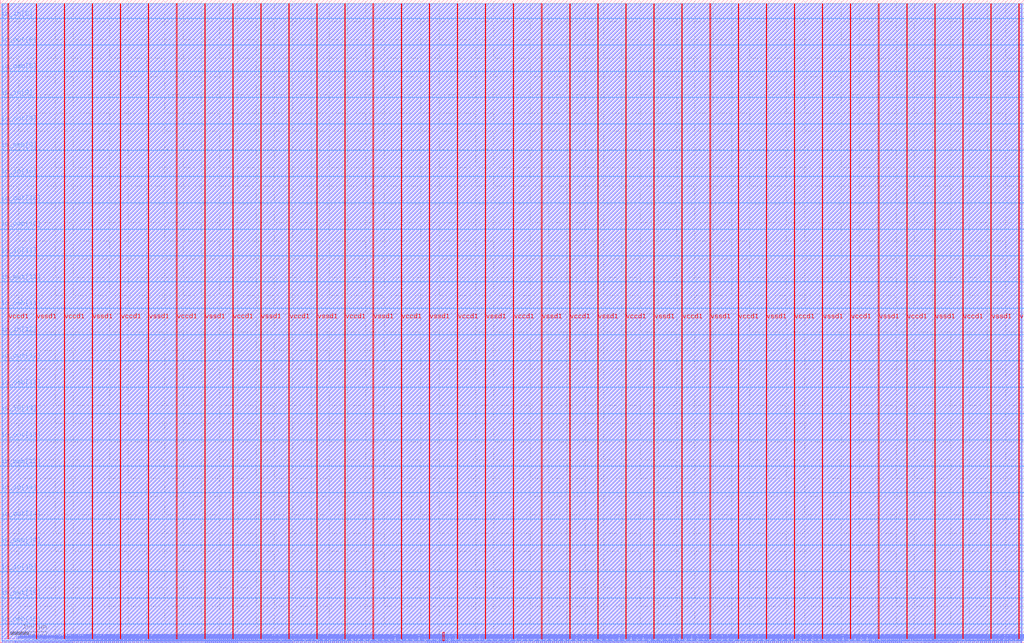
<source format=lef>
VERSION 5.7 ;
  NOWIREEXTENSIONATPIN ON ;
  DIVIDERCHAR "/" ;
  BUSBITCHARS "[]" ;
MACRO user_proj_example
  CLASS BLOCK ;
  FOREIGN user_proj_example ;
  ORIGIN 0.000 0.000 ;
  SIZE 2800.000 BY 1760.000 ;
  PIN io_in[0]
    DIRECTION INPUT ;
    USE SIGNAL ;
    PORT
      LAYER met3 ;
        RECT 2796.000 50.360 2800.000 50.960 ;
    END
  END io_in[0]
  PIN io_in[10]
    DIRECTION INPUT ;
    USE SIGNAL ;
    PORT
      LAYER met3 ;
        RECT 0.000 1275.720 4.000 1276.320 ;
    END
  END io_in[10]
  PIN io_in[11]
    DIRECTION INPUT ;
    USE SIGNAL ;
    PORT
      LAYER met3 ;
        RECT 0.000 1059.480 4.000 1060.080 ;
    END
  END io_in[11]
  PIN io_in[12]
    DIRECTION INPUT ;
    USE SIGNAL ;
    PORT
      LAYER met3 ;
        RECT 0.000 843.240 4.000 843.840 ;
    END
  END io_in[12]
  PIN io_in[13]
    DIRECTION INPUT ;
    USE SIGNAL ;
    PORT
      LAYER met3 ;
        RECT 0.000 627.000 4.000 627.600 ;
    END
  END io_in[13]
  PIN io_in[14]
    DIRECTION INPUT ;
    USE SIGNAL ;
    PORT
      LAYER met3 ;
        RECT 0.000 410.760 4.000 411.360 ;
    END
  END io_in[14]
  PIN io_in[15]
    DIRECTION INPUT ;
    USE SIGNAL ;
    PORT
      LAYER met3 ;
        RECT 0.000 194.520 4.000 195.120 ;
    END
  END io_in[15]
  PIN io_in[1]
    DIRECTION INPUT ;
    USE SIGNAL ;
    PORT
      LAYER met3 ;
        RECT 2796.000 266.600 2800.000 267.200 ;
    END
  END io_in[1]
  PIN io_in[2]
    DIRECTION INPUT ;
    USE SIGNAL ;
    PORT
      LAYER met3 ;
        RECT 2796.000 482.840 2800.000 483.440 ;
    END
  END io_in[2]
  PIN io_in[3]
    DIRECTION INPUT ;
    USE SIGNAL ;
    PORT
      LAYER met3 ;
        RECT 2796.000 699.080 2800.000 699.680 ;
    END
  END io_in[3]
  PIN io_in[4]
    DIRECTION INPUT ;
    USE SIGNAL ;
    PORT
      LAYER met3 ;
        RECT 2796.000 915.320 2800.000 915.920 ;
    END
  END io_in[4]
  PIN io_in[5]
    DIRECTION INPUT ;
    USE SIGNAL ;
    PORT
      LAYER met3 ;
        RECT 2796.000 1131.560 2800.000 1132.160 ;
    END
  END io_in[5]
  PIN io_in[6]
    DIRECTION INPUT ;
    USE SIGNAL ;
    PORT
      LAYER met3 ;
        RECT 2796.000 1347.800 2800.000 1348.400 ;
    END
  END io_in[6]
  PIN io_in[7]
    DIRECTION INPUT ;
    USE SIGNAL ;
    PORT
      LAYER met3 ;
        RECT 2796.000 1564.040 2800.000 1564.640 ;
    END
  END io_in[7]
  PIN io_in[8]
    DIRECTION INPUT ;
    USE SIGNAL ;
    PORT
      LAYER met3 ;
        RECT 0.000 1708.200 4.000 1708.800 ;
    END
  END io_in[8]
  PIN io_in[9]
    DIRECTION INPUT ;
    USE SIGNAL ;
    PORT
      LAYER met3 ;
        RECT 0.000 1491.960 4.000 1492.560 ;
    END
  END io_in[9]
  PIN io_oeb[0]
    DIRECTION OUTPUT TRISTATE ;
    USE SIGNAL ;
    ANTENNADIFFAREA 2.673000 ;
    PORT
      LAYER met3 ;
        RECT 2796.000 194.520 2800.000 195.120 ;
    END
  END io_oeb[0]
  PIN io_oeb[10]
    DIRECTION OUTPUT TRISTATE ;
    USE SIGNAL ;
    ANTENNADIFFAREA 2.673000 ;
    PORT
      LAYER met3 ;
        RECT 0.000 1131.560 4.000 1132.160 ;
    END
  END io_oeb[10]
  PIN io_oeb[11]
    DIRECTION OUTPUT TRISTATE ;
    USE SIGNAL ;
    ANTENNADIFFAREA 2.673000 ;
    PORT
      LAYER met3 ;
        RECT 0.000 915.320 4.000 915.920 ;
    END
  END io_oeb[11]
  PIN io_oeb[12]
    DIRECTION OUTPUT TRISTATE ;
    USE SIGNAL ;
    ANTENNADIFFAREA 2.673000 ;
    PORT
      LAYER met3 ;
        RECT 0.000 699.080 4.000 699.680 ;
    END
  END io_oeb[12]
  PIN io_oeb[13]
    DIRECTION OUTPUT TRISTATE ;
    USE SIGNAL ;
    ANTENNADIFFAREA 2.673000 ;
    PORT
      LAYER met3 ;
        RECT 0.000 482.840 4.000 483.440 ;
    END
  END io_oeb[13]
  PIN io_oeb[14]
    DIRECTION OUTPUT TRISTATE ;
    USE SIGNAL ;
    ANTENNADIFFAREA 2.673000 ;
    PORT
      LAYER met3 ;
        RECT 0.000 266.600 4.000 267.200 ;
    END
  END io_oeb[14]
  PIN io_oeb[15]
    DIRECTION OUTPUT TRISTATE ;
    USE SIGNAL ;
    ANTENNADIFFAREA 2.673000 ;
    PORT
      LAYER met3 ;
        RECT 0.000 50.360 4.000 50.960 ;
    END
  END io_oeb[15]
  PIN io_oeb[1]
    DIRECTION OUTPUT TRISTATE ;
    USE SIGNAL ;
    ANTENNADIFFAREA 2.673000 ;
    PORT
      LAYER met3 ;
        RECT 2796.000 410.760 2800.000 411.360 ;
    END
  END io_oeb[1]
  PIN io_oeb[2]
    DIRECTION OUTPUT TRISTATE ;
    USE SIGNAL ;
    ANTENNADIFFAREA 2.673000 ;
    PORT
      LAYER met3 ;
        RECT 2796.000 627.000 2800.000 627.600 ;
    END
  END io_oeb[2]
  PIN io_oeb[3]
    DIRECTION OUTPUT TRISTATE ;
    USE SIGNAL ;
    ANTENNADIFFAREA 2.673000 ;
    PORT
      LAYER met3 ;
        RECT 2796.000 843.240 2800.000 843.840 ;
    END
  END io_oeb[3]
  PIN io_oeb[4]
    DIRECTION OUTPUT TRISTATE ;
    USE SIGNAL ;
    ANTENNADIFFAREA 2.673000 ;
    PORT
      LAYER met3 ;
        RECT 2796.000 1059.480 2800.000 1060.080 ;
    END
  END io_oeb[4]
  PIN io_oeb[5]
    DIRECTION OUTPUT TRISTATE ;
    USE SIGNAL ;
    ANTENNADIFFAREA 2.673000 ;
    PORT
      LAYER met3 ;
        RECT 2796.000 1275.720 2800.000 1276.320 ;
    END
  END io_oeb[5]
  PIN io_oeb[6]
    DIRECTION OUTPUT TRISTATE ;
    USE SIGNAL ;
    ANTENNADIFFAREA 2.673000 ;
    PORT
      LAYER met3 ;
        RECT 2796.000 1491.960 2800.000 1492.560 ;
    END
  END io_oeb[6]
  PIN io_oeb[7]
    DIRECTION OUTPUT TRISTATE ;
    USE SIGNAL ;
    ANTENNADIFFAREA 2.673000 ;
    PORT
      LAYER met3 ;
        RECT 2796.000 1708.200 2800.000 1708.800 ;
    END
  END io_oeb[7]
  PIN io_oeb[8]
    DIRECTION OUTPUT TRISTATE ;
    USE SIGNAL ;
    ANTENNADIFFAREA 2.673000 ;
    PORT
      LAYER met3 ;
        RECT 0.000 1564.040 4.000 1564.640 ;
    END
  END io_oeb[8]
  PIN io_oeb[9]
    DIRECTION OUTPUT TRISTATE ;
    USE SIGNAL ;
    ANTENNADIFFAREA 2.673000 ;
    PORT
      LAYER met3 ;
        RECT 0.000 1347.800 4.000 1348.400 ;
    END
  END io_oeb[9]
  PIN io_out[0]
    DIRECTION OUTPUT TRISTATE ;
    USE SIGNAL ;
    ANTENNADIFFAREA 2.673000 ;
    PORT
      LAYER met3 ;
        RECT 2796.000 122.440 2800.000 123.040 ;
    END
  END io_out[0]
  PIN io_out[10]
    DIRECTION OUTPUT TRISTATE ;
    USE SIGNAL ;
    ANTENNADIFFAREA 2.673000 ;
    PORT
      LAYER met3 ;
        RECT 0.000 1203.640 4.000 1204.240 ;
    END
  END io_out[10]
  PIN io_out[11]
    DIRECTION OUTPUT TRISTATE ;
    USE SIGNAL ;
    ANTENNADIFFAREA 2.673000 ;
    PORT
      LAYER met3 ;
        RECT 0.000 987.400 4.000 988.000 ;
    END
  END io_out[11]
  PIN io_out[12]
    DIRECTION OUTPUT TRISTATE ;
    USE SIGNAL ;
    ANTENNADIFFAREA 2.673000 ;
    PORT
      LAYER met3 ;
        RECT 0.000 771.160 4.000 771.760 ;
    END
  END io_out[12]
  PIN io_out[13]
    DIRECTION OUTPUT TRISTATE ;
    USE SIGNAL ;
    ANTENNADIFFAREA 2.673000 ;
    PORT
      LAYER met3 ;
        RECT 0.000 554.920 4.000 555.520 ;
    END
  END io_out[13]
  PIN io_out[14]
    DIRECTION OUTPUT TRISTATE ;
    USE SIGNAL ;
    ANTENNADIFFAREA 2.673000 ;
    PORT
      LAYER met3 ;
        RECT 0.000 338.680 4.000 339.280 ;
    END
  END io_out[14]
  PIN io_out[15]
    DIRECTION OUTPUT TRISTATE ;
    USE SIGNAL ;
    ANTENNADIFFAREA 2.673000 ;
    PORT
      LAYER met3 ;
        RECT 0.000 122.440 4.000 123.040 ;
    END
  END io_out[15]
  PIN io_out[1]
    DIRECTION OUTPUT TRISTATE ;
    USE SIGNAL ;
    ANTENNADIFFAREA 2.673000 ;
    PORT
      LAYER met3 ;
        RECT 2796.000 338.680 2800.000 339.280 ;
    END
  END io_out[1]
  PIN io_out[2]
    DIRECTION OUTPUT TRISTATE ;
    USE SIGNAL ;
    ANTENNADIFFAREA 2.673000 ;
    PORT
      LAYER met3 ;
        RECT 2796.000 554.920 2800.000 555.520 ;
    END
  END io_out[2]
  PIN io_out[3]
    DIRECTION OUTPUT TRISTATE ;
    USE SIGNAL ;
    ANTENNADIFFAREA 2.673000 ;
    PORT
      LAYER met3 ;
        RECT 2796.000 771.160 2800.000 771.760 ;
    END
  END io_out[3]
  PIN io_out[4]
    DIRECTION OUTPUT TRISTATE ;
    USE SIGNAL ;
    ANTENNADIFFAREA 2.673000 ;
    PORT
      LAYER met3 ;
        RECT 2796.000 987.400 2800.000 988.000 ;
    END
  END io_out[4]
  PIN io_out[5]
    DIRECTION OUTPUT TRISTATE ;
    USE SIGNAL ;
    ANTENNADIFFAREA 2.673000 ;
    PORT
      LAYER met3 ;
        RECT 2796.000 1203.640 2800.000 1204.240 ;
    END
  END io_out[5]
  PIN io_out[6]
    DIRECTION OUTPUT TRISTATE ;
    USE SIGNAL ;
    ANTENNADIFFAREA 2.673000 ;
    PORT
      LAYER met3 ;
        RECT 2796.000 1419.880 2800.000 1420.480 ;
    END
  END io_out[6]
  PIN io_out[7]
    DIRECTION OUTPUT TRISTATE ;
    USE SIGNAL ;
    ANTENNADIFFAREA 2.673000 ;
    PORT
      LAYER met3 ;
        RECT 2796.000 1636.120 2800.000 1636.720 ;
    END
  END io_out[7]
  PIN io_out[8]
    DIRECTION OUTPUT TRISTATE ;
    USE SIGNAL ;
    ANTENNADIFFAREA 2.673000 ;
    PORT
      LAYER met3 ;
        RECT 0.000 1636.120 4.000 1636.720 ;
    END
  END io_out[8]
  PIN io_out[9]
    DIRECTION OUTPUT TRISTATE ;
    USE SIGNAL ;
    ANTENNADIFFAREA 2.673000 ;
    PORT
      LAYER met3 ;
        RECT 0.000 1419.880 4.000 1420.480 ;
    END
  END io_out[9]
  PIN irq[0]
    DIRECTION OUTPUT TRISTATE ;
    USE SIGNAL ;
    PORT
      LAYER met2 ;
        RECT 2746.750 0.000 2747.030 4.000 ;
    END
  END irq[0]
  PIN irq[1]
    DIRECTION OUTPUT TRISTATE ;
    USE SIGNAL ;
    PORT
      LAYER met2 ;
        RECT 2752.270 0.000 2752.550 4.000 ;
    END
  END irq[1]
  PIN irq[2]
    DIRECTION OUTPUT TRISTATE ;
    USE SIGNAL ;
    PORT
      LAYER met2 ;
        RECT 2757.790 0.000 2758.070 4.000 ;
    END
  END irq[2]
  PIN la_data_in[0]
    DIRECTION INPUT ;
    USE SIGNAL ;
    PORT
      LAYER met2 ;
        RECT 627.070 0.000 627.350 4.000 ;
    END
  END la_data_in[0]
  PIN la_data_in[100]
    DIRECTION INPUT ;
    USE SIGNAL ;
    PORT
      LAYER met2 ;
        RECT 2283.070 0.000 2283.350 4.000 ;
    END
  END la_data_in[100]
  PIN la_data_in[101]
    DIRECTION INPUT ;
    USE SIGNAL ;
    PORT
      LAYER met2 ;
        RECT 2299.630 0.000 2299.910 4.000 ;
    END
  END la_data_in[101]
  PIN la_data_in[102]
    DIRECTION INPUT ;
    USE SIGNAL ;
    PORT
      LAYER met2 ;
        RECT 2316.190 0.000 2316.470 4.000 ;
    END
  END la_data_in[102]
  PIN la_data_in[103]
    DIRECTION INPUT ;
    USE SIGNAL ;
    PORT
      LAYER met2 ;
        RECT 2332.750 0.000 2333.030 4.000 ;
    END
  END la_data_in[103]
  PIN la_data_in[104]
    DIRECTION INPUT ;
    USE SIGNAL ;
    PORT
      LAYER met2 ;
        RECT 2349.310 0.000 2349.590 4.000 ;
    END
  END la_data_in[104]
  PIN la_data_in[105]
    DIRECTION INPUT ;
    USE SIGNAL ;
    PORT
      LAYER met2 ;
        RECT 2365.870 0.000 2366.150 4.000 ;
    END
  END la_data_in[105]
  PIN la_data_in[106]
    DIRECTION INPUT ;
    USE SIGNAL ;
    PORT
      LAYER met2 ;
        RECT 2382.430 0.000 2382.710 4.000 ;
    END
  END la_data_in[106]
  PIN la_data_in[107]
    DIRECTION INPUT ;
    USE SIGNAL ;
    PORT
      LAYER met2 ;
        RECT 2398.990 0.000 2399.270 4.000 ;
    END
  END la_data_in[107]
  PIN la_data_in[108]
    DIRECTION INPUT ;
    USE SIGNAL ;
    PORT
      LAYER met2 ;
        RECT 2415.550 0.000 2415.830 4.000 ;
    END
  END la_data_in[108]
  PIN la_data_in[109]
    DIRECTION INPUT ;
    USE SIGNAL ;
    PORT
      LAYER met2 ;
        RECT 2432.110 0.000 2432.390 4.000 ;
    END
  END la_data_in[109]
  PIN la_data_in[10]
    DIRECTION INPUT ;
    USE SIGNAL ;
    PORT
      LAYER met2 ;
        RECT 792.670 0.000 792.950 4.000 ;
    END
  END la_data_in[10]
  PIN la_data_in[110]
    DIRECTION INPUT ;
    USE SIGNAL ;
    PORT
      LAYER met2 ;
        RECT 2448.670 0.000 2448.950 4.000 ;
    END
  END la_data_in[110]
  PIN la_data_in[111]
    DIRECTION INPUT ;
    USE SIGNAL ;
    PORT
      LAYER met2 ;
        RECT 2465.230 0.000 2465.510 4.000 ;
    END
  END la_data_in[111]
  PIN la_data_in[112]
    DIRECTION INPUT ;
    USE SIGNAL ;
    PORT
      LAYER met2 ;
        RECT 2481.790 0.000 2482.070 4.000 ;
    END
  END la_data_in[112]
  PIN la_data_in[113]
    DIRECTION INPUT ;
    USE SIGNAL ;
    PORT
      LAYER met2 ;
        RECT 2498.350 0.000 2498.630 4.000 ;
    END
  END la_data_in[113]
  PIN la_data_in[114]
    DIRECTION INPUT ;
    USE SIGNAL ;
    PORT
      LAYER met2 ;
        RECT 2514.910 0.000 2515.190 4.000 ;
    END
  END la_data_in[114]
  PIN la_data_in[115]
    DIRECTION INPUT ;
    USE SIGNAL ;
    PORT
      LAYER met2 ;
        RECT 2531.470 0.000 2531.750 4.000 ;
    END
  END la_data_in[115]
  PIN la_data_in[116]
    DIRECTION INPUT ;
    USE SIGNAL ;
    PORT
      LAYER met2 ;
        RECT 2548.030 0.000 2548.310 4.000 ;
    END
  END la_data_in[116]
  PIN la_data_in[117]
    DIRECTION INPUT ;
    USE SIGNAL ;
    PORT
      LAYER met2 ;
        RECT 2564.590 0.000 2564.870 4.000 ;
    END
  END la_data_in[117]
  PIN la_data_in[118]
    DIRECTION INPUT ;
    USE SIGNAL ;
    PORT
      LAYER met2 ;
        RECT 2581.150 0.000 2581.430 4.000 ;
    END
  END la_data_in[118]
  PIN la_data_in[119]
    DIRECTION INPUT ;
    USE SIGNAL ;
    PORT
      LAYER met2 ;
        RECT 2597.710 0.000 2597.990 4.000 ;
    END
  END la_data_in[119]
  PIN la_data_in[11]
    DIRECTION INPUT ;
    USE SIGNAL ;
    PORT
      LAYER met2 ;
        RECT 809.230 0.000 809.510 4.000 ;
    END
  END la_data_in[11]
  PIN la_data_in[120]
    DIRECTION INPUT ;
    USE SIGNAL ;
    PORT
      LAYER met2 ;
        RECT 2614.270 0.000 2614.550 4.000 ;
    END
  END la_data_in[120]
  PIN la_data_in[121]
    DIRECTION INPUT ;
    USE SIGNAL ;
    PORT
      LAYER met2 ;
        RECT 2630.830 0.000 2631.110 4.000 ;
    END
  END la_data_in[121]
  PIN la_data_in[122]
    DIRECTION INPUT ;
    USE SIGNAL ;
    PORT
      LAYER met2 ;
        RECT 2647.390 0.000 2647.670 4.000 ;
    END
  END la_data_in[122]
  PIN la_data_in[123]
    DIRECTION INPUT ;
    USE SIGNAL ;
    PORT
      LAYER met2 ;
        RECT 2663.950 0.000 2664.230 4.000 ;
    END
  END la_data_in[123]
  PIN la_data_in[124]
    DIRECTION INPUT ;
    USE SIGNAL ;
    PORT
      LAYER met2 ;
        RECT 2680.510 0.000 2680.790 4.000 ;
    END
  END la_data_in[124]
  PIN la_data_in[125]
    DIRECTION INPUT ;
    USE SIGNAL ;
    PORT
      LAYER met2 ;
        RECT 2697.070 0.000 2697.350 4.000 ;
    END
  END la_data_in[125]
  PIN la_data_in[126]
    DIRECTION INPUT ;
    USE SIGNAL ;
    PORT
      LAYER met2 ;
        RECT 2713.630 0.000 2713.910 4.000 ;
    END
  END la_data_in[126]
  PIN la_data_in[127]
    DIRECTION INPUT ;
    USE SIGNAL ;
    PORT
      LAYER met2 ;
        RECT 2730.190 0.000 2730.470 4.000 ;
    END
  END la_data_in[127]
  PIN la_data_in[12]
    DIRECTION INPUT ;
    USE SIGNAL ;
    PORT
      LAYER met2 ;
        RECT 825.790 0.000 826.070 4.000 ;
    END
  END la_data_in[12]
  PIN la_data_in[13]
    DIRECTION INPUT ;
    USE SIGNAL ;
    PORT
      LAYER met2 ;
        RECT 842.350 0.000 842.630 4.000 ;
    END
  END la_data_in[13]
  PIN la_data_in[14]
    DIRECTION INPUT ;
    USE SIGNAL ;
    PORT
      LAYER met2 ;
        RECT 858.910 0.000 859.190 4.000 ;
    END
  END la_data_in[14]
  PIN la_data_in[15]
    DIRECTION INPUT ;
    USE SIGNAL ;
    PORT
      LAYER met2 ;
        RECT 875.470 0.000 875.750 4.000 ;
    END
  END la_data_in[15]
  PIN la_data_in[16]
    DIRECTION INPUT ;
    USE SIGNAL ;
    PORT
      LAYER met2 ;
        RECT 892.030 0.000 892.310 4.000 ;
    END
  END la_data_in[16]
  PIN la_data_in[17]
    DIRECTION INPUT ;
    USE SIGNAL ;
    PORT
      LAYER met2 ;
        RECT 908.590 0.000 908.870 4.000 ;
    END
  END la_data_in[17]
  PIN la_data_in[18]
    DIRECTION INPUT ;
    USE SIGNAL ;
    PORT
      LAYER met2 ;
        RECT 925.150 0.000 925.430 4.000 ;
    END
  END la_data_in[18]
  PIN la_data_in[19]
    DIRECTION INPUT ;
    USE SIGNAL ;
    PORT
      LAYER met2 ;
        RECT 941.710 0.000 941.990 4.000 ;
    END
  END la_data_in[19]
  PIN la_data_in[1]
    DIRECTION INPUT ;
    USE SIGNAL ;
    PORT
      LAYER met2 ;
        RECT 643.630 0.000 643.910 4.000 ;
    END
  END la_data_in[1]
  PIN la_data_in[20]
    DIRECTION INPUT ;
    USE SIGNAL ;
    PORT
      LAYER met2 ;
        RECT 958.270 0.000 958.550 4.000 ;
    END
  END la_data_in[20]
  PIN la_data_in[21]
    DIRECTION INPUT ;
    USE SIGNAL ;
    PORT
      LAYER met2 ;
        RECT 974.830 0.000 975.110 4.000 ;
    END
  END la_data_in[21]
  PIN la_data_in[22]
    DIRECTION INPUT ;
    USE SIGNAL ;
    PORT
      LAYER met2 ;
        RECT 991.390 0.000 991.670 4.000 ;
    END
  END la_data_in[22]
  PIN la_data_in[23]
    DIRECTION INPUT ;
    USE SIGNAL ;
    PORT
      LAYER met2 ;
        RECT 1007.950 0.000 1008.230 4.000 ;
    END
  END la_data_in[23]
  PIN la_data_in[24]
    DIRECTION INPUT ;
    USE SIGNAL ;
    PORT
      LAYER met2 ;
        RECT 1024.510 0.000 1024.790 4.000 ;
    END
  END la_data_in[24]
  PIN la_data_in[25]
    DIRECTION INPUT ;
    USE SIGNAL ;
    PORT
      LAYER met2 ;
        RECT 1041.070 0.000 1041.350 4.000 ;
    END
  END la_data_in[25]
  PIN la_data_in[26]
    DIRECTION INPUT ;
    USE SIGNAL ;
    PORT
      LAYER met2 ;
        RECT 1057.630 0.000 1057.910 4.000 ;
    END
  END la_data_in[26]
  PIN la_data_in[27]
    DIRECTION INPUT ;
    USE SIGNAL ;
    PORT
      LAYER met2 ;
        RECT 1074.190 0.000 1074.470 4.000 ;
    END
  END la_data_in[27]
  PIN la_data_in[28]
    DIRECTION INPUT ;
    USE SIGNAL ;
    PORT
      LAYER met2 ;
        RECT 1090.750 0.000 1091.030 4.000 ;
    END
  END la_data_in[28]
  PIN la_data_in[29]
    DIRECTION INPUT ;
    USE SIGNAL ;
    PORT
      LAYER met2 ;
        RECT 1107.310 0.000 1107.590 4.000 ;
    END
  END la_data_in[29]
  PIN la_data_in[2]
    DIRECTION INPUT ;
    USE SIGNAL ;
    PORT
      LAYER met2 ;
        RECT 660.190 0.000 660.470 4.000 ;
    END
  END la_data_in[2]
  PIN la_data_in[30]
    DIRECTION INPUT ;
    USE SIGNAL ;
    PORT
      LAYER met2 ;
        RECT 1123.870 0.000 1124.150 4.000 ;
    END
  END la_data_in[30]
  PIN la_data_in[31]
    DIRECTION INPUT ;
    USE SIGNAL ;
    PORT
      LAYER met2 ;
        RECT 1140.430 0.000 1140.710 4.000 ;
    END
  END la_data_in[31]
  PIN la_data_in[32]
    DIRECTION INPUT ;
    USE SIGNAL ;
    PORT
      LAYER met2 ;
        RECT 1156.990 0.000 1157.270 4.000 ;
    END
  END la_data_in[32]
  PIN la_data_in[33]
    DIRECTION INPUT ;
    USE SIGNAL ;
    PORT
      LAYER met2 ;
        RECT 1173.550 0.000 1173.830 4.000 ;
    END
  END la_data_in[33]
  PIN la_data_in[34]
    DIRECTION INPUT ;
    USE SIGNAL ;
    PORT
      LAYER met2 ;
        RECT 1190.110 0.000 1190.390 4.000 ;
    END
  END la_data_in[34]
  PIN la_data_in[35]
    DIRECTION INPUT ;
    USE SIGNAL ;
    PORT
      LAYER met2 ;
        RECT 1206.670 0.000 1206.950 4.000 ;
    END
  END la_data_in[35]
  PIN la_data_in[36]
    DIRECTION INPUT ;
    USE SIGNAL ;
    PORT
      LAYER met2 ;
        RECT 1223.230 0.000 1223.510 4.000 ;
    END
  END la_data_in[36]
  PIN la_data_in[37]
    DIRECTION INPUT ;
    USE SIGNAL ;
    PORT
      LAYER met2 ;
        RECT 1239.790 0.000 1240.070 4.000 ;
    END
  END la_data_in[37]
  PIN la_data_in[38]
    DIRECTION INPUT ;
    USE SIGNAL ;
    PORT
      LAYER met2 ;
        RECT 1256.350 0.000 1256.630 4.000 ;
    END
  END la_data_in[38]
  PIN la_data_in[39]
    DIRECTION INPUT ;
    USE SIGNAL ;
    PORT
      LAYER met2 ;
        RECT 1272.910 0.000 1273.190 4.000 ;
    END
  END la_data_in[39]
  PIN la_data_in[3]
    DIRECTION INPUT ;
    USE SIGNAL ;
    PORT
      LAYER met2 ;
        RECT 676.750 0.000 677.030 4.000 ;
    END
  END la_data_in[3]
  PIN la_data_in[40]
    DIRECTION INPUT ;
    USE SIGNAL ;
    PORT
      LAYER met2 ;
        RECT 1289.470 0.000 1289.750 4.000 ;
    END
  END la_data_in[40]
  PIN la_data_in[41]
    DIRECTION INPUT ;
    USE SIGNAL ;
    PORT
      LAYER met2 ;
        RECT 1306.030 0.000 1306.310 4.000 ;
    END
  END la_data_in[41]
  PIN la_data_in[42]
    DIRECTION INPUT ;
    USE SIGNAL ;
    PORT
      LAYER met2 ;
        RECT 1322.590 0.000 1322.870 4.000 ;
    END
  END la_data_in[42]
  PIN la_data_in[43]
    DIRECTION INPUT ;
    USE SIGNAL ;
    PORT
      LAYER met2 ;
        RECT 1339.150 0.000 1339.430 4.000 ;
    END
  END la_data_in[43]
  PIN la_data_in[44]
    DIRECTION INPUT ;
    USE SIGNAL ;
    PORT
      LAYER met2 ;
        RECT 1355.710 0.000 1355.990 4.000 ;
    END
  END la_data_in[44]
  PIN la_data_in[45]
    DIRECTION INPUT ;
    USE SIGNAL ;
    PORT
      LAYER met2 ;
        RECT 1372.270 0.000 1372.550 4.000 ;
    END
  END la_data_in[45]
  PIN la_data_in[46]
    DIRECTION INPUT ;
    USE SIGNAL ;
    PORT
      LAYER met2 ;
        RECT 1388.830 0.000 1389.110 4.000 ;
    END
  END la_data_in[46]
  PIN la_data_in[47]
    DIRECTION INPUT ;
    USE SIGNAL ;
    PORT
      LAYER met2 ;
        RECT 1405.390 0.000 1405.670 4.000 ;
    END
  END la_data_in[47]
  PIN la_data_in[48]
    DIRECTION INPUT ;
    USE SIGNAL ;
    ANTENNAGATEAREA 0.126000 ;
    PORT
      LAYER met2 ;
        RECT 1421.950 0.000 1422.230 4.000 ;
    END
  END la_data_in[48]
  PIN la_data_in[49]
    DIRECTION INPUT ;
    USE SIGNAL ;
    ANTENNAGATEAREA 0.126000 ;
    PORT
      LAYER met2 ;
        RECT 1438.510 0.000 1438.790 4.000 ;
    END
  END la_data_in[49]
  PIN la_data_in[4]
    DIRECTION INPUT ;
    USE SIGNAL ;
    PORT
      LAYER met2 ;
        RECT 693.310 0.000 693.590 4.000 ;
    END
  END la_data_in[4]
  PIN la_data_in[50]
    DIRECTION INPUT ;
    USE SIGNAL ;
    ANTENNAGATEAREA 0.126000 ;
    PORT
      LAYER met2 ;
        RECT 1455.070 0.000 1455.350 4.000 ;
    END
  END la_data_in[50]
  PIN la_data_in[51]
    DIRECTION INPUT ;
    USE SIGNAL ;
    ANTENNAGATEAREA 0.126000 ;
    PORT
      LAYER met2 ;
        RECT 1471.630 0.000 1471.910 4.000 ;
    END
  END la_data_in[51]
  PIN la_data_in[52]
    DIRECTION INPUT ;
    USE SIGNAL ;
    ANTENNAGATEAREA 0.126000 ;
    PORT
      LAYER met2 ;
        RECT 1488.190 0.000 1488.470 4.000 ;
    END
  END la_data_in[52]
  PIN la_data_in[53]
    DIRECTION INPUT ;
    USE SIGNAL ;
    ANTENNAGATEAREA 0.126000 ;
    PORT
      LAYER met2 ;
        RECT 1504.750 0.000 1505.030 4.000 ;
    END
  END la_data_in[53]
  PIN la_data_in[54]
    DIRECTION INPUT ;
    USE SIGNAL ;
    ANTENNAGATEAREA 0.126000 ;
    PORT
      LAYER met2 ;
        RECT 1521.310 0.000 1521.590 4.000 ;
    END
  END la_data_in[54]
  PIN la_data_in[55]
    DIRECTION INPUT ;
    USE SIGNAL ;
    ANTENNAGATEAREA 0.126000 ;
    PORT
      LAYER met2 ;
        RECT 1537.870 0.000 1538.150 4.000 ;
    END
  END la_data_in[55]
  PIN la_data_in[56]
    DIRECTION INPUT ;
    USE SIGNAL ;
    ANTENNAGATEAREA 0.126000 ;
    PORT
      LAYER met2 ;
        RECT 1554.430 0.000 1554.710 4.000 ;
    END
  END la_data_in[56]
  PIN la_data_in[57]
    DIRECTION INPUT ;
    USE SIGNAL ;
    ANTENNAGATEAREA 0.126000 ;
    PORT
      LAYER met2 ;
        RECT 1570.990 0.000 1571.270 4.000 ;
    END
  END la_data_in[57]
  PIN la_data_in[58]
    DIRECTION INPUT ;
    USE SIGNAL ;
    ANTENNAGATEAREA 0.126000 ;
    PORT
      LAYER met2 ;
        RECT 1587.550 0.000 1587.830 4.000 ;
    END
  END la_data_in[58]
  PIN la_data_in[59]
    DIRECTION INPUT ;
    USE SIGNAL ;
    ANTENNAGATEAREA 0.126000 ;
    PORT
      LAYER met2 ;
        RECT 1604.110 0.000 1604.390 4.000 ;
    END
  END la_data_in[59]
  PIN la_data_in[5]
    DIRECTION INPUT ;
    USE SIGNAL ;
    PORT
      LAYER met2 ;
        RECT 709.870 0.000 710.150 4.000 ;
    END
  END la_data_in[5]
  PIN la_data_in[60]
    DIRECTION INPUT ;
    USE SIGNAL ;
    ANTENNAGATEAREA 0.126000 ;
    PORT
      LAYER met2 ;
        RECT 1620.670 0.000 1620.950 4.000 ;
    END
  END la_data_in[60]
  PIN la_data_in[61]
    DIRECTION INPUT ;
    USE SIGNAL ;
    ANTENNAGATEAREA 0.126000 ;
    PORT
      LAYER met2 ;
        RECT 1637.230 0.000 1637.510 4.000 ;
    END
  END la_data_in[61]
  PIN la_data_in[62]
    DIRECTION INPUT ;
    USE SIGNAL ;
    ANTENNAGATEAREA 0.126000 ;
    PORT
      LAYER met2 ;
        RECT 1653.790 0.000 1654.070 4.000 ;
    END
  END la_data_in[62]
  PIN la_data_in[63]
    DIRECTION INPUT ;
    USE SIGNAL ;
    ANTENNAGATEAREA 0.126000 ;
    PORT
      LAYER met2 ;
        RECT 1670.350 0.000 1670.630 4.000 ;
    END
  END la_data_in[63]
  PIN la_data_in[64]
    DIRECTION INPUT ;
    USE SIGNAL ;
    ANTENNAGATEAREA 0.159000 ;
    PORT
      LAYER met2 ;
        RECT 1686.910 0.000 1687.190 4.000 ;
    END
  END la_data_in[64]
  PIN la_data_in[65]
    DIRECTION INPUT ;
    USE SIGNAL ;
    ANTENNAGATEAREA 0.126000 ;
    PORT
      LAYER met2 ;
        RECT 1703.470 0.000 1703.750 4.000 ;
    END
  END la_data_in[65]
  PIN la_data_in[66]
    DIRECTION INPUT ;
    USE SIGNAL ;
    PORT
      LAYER met2 ;
        RECT 1720.030 0.000 1720.310 4.000 ;
    END
  END la_data_in[66]
  PIN la_data_in[67]
    DIRECTION INPUT ;
    USE SIGNAL ;
    PORT
      LAYER met2 ;
        RECT 1736.590 0.000 1736.870 4.000 ;
    END
  END la_data_in[67]
  PIN la_data_in[68]
    DIRECTION INPUT ;
    USE SIGNAL ;
    PORT
      LAYER met2 ;
        RECT 1753.150 0.000 1753.430 4.000 ;
    END
  END la_data_in[68]
  PIN la_data_in[69]
    DIRECTION INPUT ;
    USE SIGNAL ;
    PORT
      LAYER met2 ;
        RECT 1769.710 0.000 1769.990 4.000 ;
    END
  END la_data_in[69]
  PIN la_data_in[6]
    DIRECTION INPUT ;
    USE SIGNAL ;
    PORT
      LAYER met2 ;
        RECT 726.430 0.000 726.710 4.000 ;
    END
  END la_data_in[6]
  PIN la_data_in[70]
    DIRECTION INPUT ;
    USE SIGNAL ;
    PORT
      LAYER met2 ;
        RECT 1786.270 0.000 1786.550 4.000 ;
    END
  END la_data_in[70]
  PIN la_data_in[71]
    DIRECTION INPUT ;
    USE SIGNAL ;
    PORT
      LAYER met2 ;
        RECT 1802.830 0.000 1803.110 4.000 ;
    END
  END la_data_in[71]
  PIN la_data_in[72]
    DIRECTION INPUT ;
    USE SIGNAL ;
    PORT
      LAYER met2 ;
        RECT 1819.390 0.000 1819.670 4.000 ;
    END
  END la_data_in[72]
  PIN la_data_in[73]
    DIRECTION INPUT ;
    USE SIGNAL ;
    PORT
      LAYER met2 ;
        RECT 1835.950 0.000 1836.230 4.000 ;
    END
  END la_data_in[73]
  PIN la_data_in[74]
    DIRECTION INPUT ;
    USE SIGNAL ;
    PORT
      LAYER met2 ;
        RECT 1852.510 0.000 1852.790 4.000 ;
    END
  END la_data_in[74]
  PIN la_data_in[75]
    DIRECTION INPUT ;
    USE SIGNAL ;
    PORT
      LAYER met2 ;
        RECT 1869.070 0.000 1869.350 4.000 ;
    END
  END la_data_in[75]
  PIN la_data_in[76]
    DIRECTION INPUT ;
    USE SIGNAL ;
    PORT
      LAYER met2 ;
        RECT 1885.630 0.000 1885.910 4.000 ;
    END
  END la_data_in[76]
  PIN la_data_in[77]
    DIRECTION INPUT ;
    USE SIGNAL ;
    PORT
      LAYER met2 ;
        RECT 1902.190 0.000 1902.470 4.000 ;
    END
  END la_data_in[77]
  PIN la_data_in[78]
    DIRECTION INPUT ;
    USE SIGNAL ;
    PORT
      LAYER met2 ;
        RECT 1918.750 0.000 1919.030 4.000 ;
    END
  END la_data_in[78]
  PIN la_data_in[79]
    DIRECTION INPUT ;
    USE SIGNAL ;
    PORT
      LAYER met2 ;
        RECT 1935.310 0.000 1935.590 4.000 ;
    END
  END la_data_in[79]
  PIN la_data_in[7]
    DIRECTION INPUT ;
    USE SIGNAL ;
    PORT
      LAYER met2 ;
        RECT 742.990 0.000 743.270 4.000 ;
    END
  END la_data_in[7]
  PIN la_data_in[80]
    DIRECTION INPUT ;
    USE SIGNAL ;
    PORT
      LAYER met2 ;
        RECT 1951.870 0.000 1952.150 4.000 ;
    END
  END la_data_in[80]
  PIN la_data_in[81]
    DIRECTION INPUT ;
    USE SIGNAL ;
    PORT
      LAYER met2 ;
        RECT 1968.430 0.000 1968.710 4.000 ;
    END
  END la_data_in[81]
  PIN la_data_in[82]
    DIRECTION INPUT ;
    USE SIGNAL ;
    PORT
      LAYER met2 ;
        RECT 1984.990 0.000 1985.270 4.000 ;
    END
  END la_data_in[82]
  PIN la_data_in[83]
    DIRECTION INPUT ;
    USE SIGNAL ;
    PORT
      LAYER met2 ;
        RECT 2001.550 0.000 2001.830 4.000 ;
    END
  END la_data_in[83]
  PIN la_data_in[84]
    DIRECTION INPUT ;
    USE SIGNAL ;
    PORT
      LAYER met2 ;
        RECT 2018.110 0.000 2018.390 4.000 ;
    END
  END la_data_in[84]
  PIN la_data_in[85]
    DIRECTION INPUT ;
    USE SIGNAL ;
    PORT
      LAYER met2 ;
        RECT 2034.670 0.000 2034.950 4.000 ;
    END
  END la_data_in[85]
  PIN la_data_in[86]
    DIRECTION INPUT ;
    USE SIGNAL ;
    PORT
      LAYER met2 ;
        RECT 2051.230 0.000 2051.510 4.000 ;
    END
  END la_data_in[86]
  PIN la_data_in[87]
    DIRECTION INPUT ;
    USE SIGNAL ;
    PORT
      LAYER met2 ;
        RECT 2067.790 0.000 2068.070 4.000 ;
    END
  END la_data_in[87]
  PIN la_data_in[88]
    DIRECTION INPUT ;
    USE SIGNAL ;
    PORT
      LAYER met2 ;
        RECT 2084.350 0.000 2084.630 4.000 ;
    END
  END la_data_in[88]
  PIN la_data_in[89]
    DIRECTION INPUT ;
    USE SIGNAL ;
    PORT
      LAYER met2 ;
        RECT 2100.910 0.000 2101.190 4.000 ;
    END
  END la_data_in[89]
  PIN la_data_in[8]
    DIRECTION INPUT ;
    USE SIGNAL ;
    PORT
      LAYER met2 ;
        RECT 759.550 0.000 759.830 4.000 ;
    END
  END la_data_in[8]
  PIN la_data_in[90]
    DIRECTION INPUT ;
    USE SIGNAL ;
    PORT
      LAYER met2 ;
        RECT 2117.470 0.000 2117.750 4.000 ;
    END
  END la_data_in[90]
  PIN la_data_in[91]
    DIRECTION INPUT ;
    USE SIGNAL ;
    PORT
      LAYER met2 ;
        RECT 2134.030 0.000 2134.310 4.000 ;
    END
  END la_data_in[91]
  PIN la_data_in[92]
    DIRECTION INPUT ;
    USE SIGNAL ;
    PORT
      LAYER met2 ;
        RECT 2150.590 0.000 2150.870 4.000 ;
    END
  END la_data_in[92]
  PIN la_data_in[93]
    DIRECTION INPUT ;
    USE SIGNAL ;
    PORT
      LAYER met2 ;
        RECT 2167.150 0.000 2167.430 4.000 ;
    END
  END la_data_in[93]
  PIN la_data_in[94]
    DIRECTION INPUT ;
    USE SIGNAL ;
    PORT
      LAYER met2 ;
        RECT 2183.710 0.000 2183.990 4.000 ;
    END
  END la_data_in[94]
  PIN la_data_in[95]
    DIRECTION INPUT ;
    USE SIGNAL ;
    PORT
      LAYER met2 ;
        RECT 2200.270 0.000 2200.550 4.000 ;
    END
  END la_data_in[95]
  PIN la_data_in[96]
    DIRECTION INPUT ;
    USE SIGNAL ;
    PORT
      LAYER met2 ;
        RECT 2216.830 0.000 2217.110 4.000 ;
    END
  END la_data_in[96]
  PIN la_data_in[97]
    DIRECTION INPUT ;
    USE SIGNAL ;
    PORT
      LAYER met2 ;
        RECT 2233.390 0.000 2233.670 4.000 ;
    END
  END la_data_in[97]
  PIN la_data_in[98]
    DIRECTION INPUT ;
    USE SIGNAL ;
    PORT
      LAYER met2 ;
        RECT 2249.950 0.000 2250.230 4.000 ;
    END
  END la_data_in[98]
  PIN la_data_in[99]
    DIRECTION INPUT ;
    USE SIGNAL ;
    PORT
      LAYER met2 ;
        RECT 2266.510 0.000 2266.790 4.000 ;
    END
  END la_data_in[99]
  PIN la_data_in[9]
    DIRECTION INPUT ;
    USE SIGNAL ;
    PORT
      LAYER met2 ;
        RECT 776.110 0.000 776.390 4.000 ;
    END
  END la_data_in[9]
  PIN la_data_out[0]
    DIRECTION OUTPUT TRISTATE ;
    USE SIGNAL ;
    ANTENNADIFFAREA 2.673000 ;
    PORT
      LAYER met2 ;
        RECT 632.590 0.000 632.870 4.000 ;
    END
  END la_data_out[0]
  PIN la_data_out[100]
    DIRECTION OUTPUT TRISTATE ;
    USE SIGNAL ;
    PORT
      LAYER met2 ;
        RECT 2288.590 0.000 2288.870 4.000 ;
    END
  END la_data_out[100]
  PIN la_data_out[101]
    DIRECTION OUTPUT TRISTATE ;
    USE SIGNAL ;
    PORT
      LAYER met2 ;
        RECT 2305.150 0.000 2305.430 4.000 ;
    END
  END la_data_out[101]
  PIN la_data_out[102]
    DIRECTION OUTPUT TRISTATE ;
    USE SIGNAL ;
    PORT
      LAYER met2 ;
        RECT 2321.710 0.000 2321.990 4.000 ;
    END
  END la_data_out[102]
  PIN la_data_out[103]
    DIRECTION OUTPUT TRISTATE ;
    USE SIGNAL ;
    PORT
      LAYER met2 ;
        RECT 2338.270 0.000 2338.550 4.000 ;
    END
  END la_data_out[103]
  PIN la_data_out[104]
    DIRECTION OUTPUT TRISTATE ;
    USE SIGNAL ;
    PORT
      LAYER met2 ;
        RECT 2354.830 0.000 2355.110 4.000 ;
    END
  END la_data_out[104]
  PIN la_data_out[105]
    DIRECTION OUTPUT TRISTATE ;
    USE SIGNAL ;
    PORT
      LAYER met2 ;
        RECT 2371.390 0.000 2371.670 4.000 ;
    END
  END la_data_out[105]
  PIN la_data_out[106]
    DIRECTION OUTPUT TRISTATE ;
    USE SIGNAL ;
    PORT
      LAYER met2 ;
        RECT 2387.950 0.000 2388.230 4.000 ;
    END
  END la_data_out[106]
  PIN la_data_out[107]
    DIRECTION OUTPUT TRISTATE ;
    USE SIGNAL ;
    PORT
      LAYER met2 ;
        RECT 2404.510 0.000 2404.790 4.000 ;
    END
  END la_data_out[107]
  PIN la_data_out[108]
    DIRECTION OUTPUT TRISTATE ;
    USE SIGNAL ;
    PORT
      LAYER met2 ;
        RECT 2421.070 0.000 2421.350 4.000 ;
    END
  END la_data_out[108]
  PIN la_data_out[109]
    DIRECTION OUTPUT TRISTATE ;
    USE SIGNAL ;
    PORT
      LAYER met2 ;
        RECT 2437.630 0.000 2437.910 4.000 ;
    END
  END la_data_out[109]
  PIN la_data_out[10]
    DIRECTION OUTPUT TRISTATE ;
    USE SIGNAL ;
    ANTENNADIFFAREA 2.673000 ;
    PORT
      LAYER met2 ;
        RECT 798.190 0.000 798.470 4.000 ;
    END
  END la_data_out[10]
  PIN la_data_out[110]
    DIRECTION OUTPUT TRISTATE ;
    USE SIGNAL ;
    PORT
      LAYER met2 ;
        RECT 2454.190 0.000 2454.470 4.000 ;
    END
  END la_data_out[110]
  PIN la_data_out[111]
    DIRECTION OUTPUT TRISTATE ;
    USE SIGNAL ;
    PORT
      LAYER met2 ;
        RECT 2470.750 0.000 2471.030 4.000 ;
    END
  END la_data_out[111]
  PIN la_data_out[112]
    DIRECTION OUTPUT TRISTATE ;
    USE SIGNAL ;
    PORT
      LAYER met2 ;
        RECT 2487.310 0.000 2487.590 4.000 ;
    END
  END la_data_out[112]
  PIN la_data_out[113]
    DIRECTION OUTPUT TRISTATE ;
    USE SIGNAL ;
    PORT
      LAYER met2 ;
        RECT 2503.870 0.000 2504.150 4.000 ;
    END
  END la_data_out[113]
  PIN la_data_out[114]
    DIRECTION OUTPUT TRISTATE ;
    USE SIGNAL ;
    PORT
      LAYER met2 ;
        RECT 2520.430 0.000 2520.710 4.000 ;
    END
  END la_data_out[114]
  PIN la_data_out[115]
    DIRECTION OUTPUT TRISTATE ;
    USE SIGNAL ;
    PORT
      LAYER met2 ;
        RECT 2536.990 0.000 2537.270 4.000 ;
    END
  END la_data_out[115]
  PIN la_data_out[116]
    DIRECTION OUTPUT TRISTATE ;
    USE SIGNAL ;
    PORT
      LAYER met2 ;
        RECT 2553.550 0.000 2553.830 4.000 ;
    END
  END la_data_out[116]
  PIN la_data_out[117]
    DIRECTION OUTPUT TRISTATE ;
    USE SIGNAL ;
    PORT
      LAYER met2 ;
        RECT 2570.110 0.000 2570.390 4.000 ;
    END
  END la_data_out[117]
  PIN la_data_out[118]
    DIRECTION OUTPUT TRISTATE ;
    USE SIGNAL ;
    PORT
      LAYER met2 ;
        RECT 2586.670 0.000 2586.950 4.000 ;
    END
  END la_data_out[118]
  PIN la_data_out[119]
    DIRECTION OUTPUT TRISTATE ;
    USE SIGNAL ;
    PORT
      LAYER met2 ;
        RECT 2603.230 0.000 2603.510 4.000 ;
    END
  END la_data_out[119]
  PIN la_data_out[11]
    DIRECTION OUTPUT TRISTATE ;
    USE SIGNAL ;
    ANTENNADIFFAREA 2.673000 ;
    PORT
      LAYER met2 ;
        RECT 814.750 0.000 815.030 4.000 ;
    END
  END la_data_out[11]
  PIN la_data_out[120]
    DIRECTION OUTPUT TRISTATE ;
    USE SIGNAL ;
    PORT
      LAYER met2 ;
        RECT 2619.790 0.000 2620.070 4.000 ;
    END
  END la_data_out[120]
  PIN la_data_out[121]
    DIRECTION OUTPUT TRISTATE ;
    USE SIGNAL ;
    PORT
      LAYER met2 ;
        RECT 2636.350 0.000 2636.630 4.000 ;
    END
  END la_data_out[121]
  PIN la_data_out[122]
    DIRECTION OUTPUT TRISTATE ;
    USE SIGNAL ;
    PORT
      LAYER met2 ;
        RECT 2652.910 0.000 2653.190 4.000 ;
    END
  END la_data_out[122]
  PIN la_data_out[123]
    DIRECTION OUTPUT TRISTATE ;
    USE SIGNAL ;
    PORT
      LAYER met2 ;
        RECT 2669.470 0.000 2669.750 4.000 ;
    END
  END la_data_out[123]
  PIN la_data_out[124]
    DIRECTION OUTPUT TRISTATE ;
    USE SIGNAL ;
    PORT
      LAYER met2 ;
        RECT 2686.030 0.000 2686.310 4.000 ;
    END
  END la_data_out[124]
  PIN la_data_out[125]
    DIRECTION OUTPUT TRISTATE ;
    USE SIGNAL ;
    PORT
      LAYER met2 ;
        RECT 2702.590 0.000 2702.870 4.000 ;
    END
  END la_data_out[125]
  PIN la_data_out[126]
    DIRECTION OUTPUT TRISTATE ;
    USE SIGNAL ;
    PORT
      LAYER met2 ;
        RECT 2719.150 0.000 2719.430 4.000 ;
    END
  END la_data_out[126]
  PIN la_data_out[127]
    DIRECTION OUTPUT TRISTATE ;
    USE SIGNAL ;
    PORT
      LAYER met2 ;
        RECT 2735.710 0.000 2735.990 4.000 ;
    END
  END la_data_out[127]
  PIN la_data_out[12]
    DIRECTION OUTPUT TRISTATE ;
    USE SIGNAL ;
    ANTENNADIFFAREA 2.673000 ;
    PORT
      LAYER met2 ;
        RECT 831.310 0.000 831.590 4.000 ;
    END
  END la_data_out[12]
  PIN la_data_out[13]
    DIRECTION OUTPUT TRISTATE ;
    USE SIGNAL ;
    ANTENNADIFFAREA 2.673000 ;
    PORT
      LAYER met2 ;
        RECT 847.870 0.000 848.150 4.000 ;
    END
  END la_data_out[13]
  PIN la_data_out[14]
    DIRECTION OUTPUT TRISTATE ;
    USE SIGNAL ;
    ANTENNADIFFAREA 2.673000 ;
    PORT
      LAYER met2 ;
        RECT 864.430 0.000 864.710 4.000 ;
    END
  END la_data_out[14]
  PIN la_data_out[15]
    DIRECTION OUTPUT TRISTATE ;
    USE SIGNAL ;
    ANTENNADIFFAREA 2.673000 ;
    PORT
      LAYER met2 ;
        RECT 880.990 0.000 881.270 4.000 ;
    END
  END la_data_out[15]
  PIN la_data_out[16]
    DIRECTION OUTPUT TRISTATE ;
    USE SIGNAL ;
    PORT
      LAYER met2 ;
        RECT 897.550 0.000 897.830 4.000 ;
    END
  END la_data_out[16]
  PIN la_data_out[17]
    DIRECTION OUTPUT TRISTATE ;
    USE SIGNAL ;
    PORT
      LAYER met2 ;
        RECT 914.110 0.000 914.390 4.000 ;
    END
  END la_data_out[17]
  PIN la_data_out[18]
    DIRECTION OUTPUT TRISTATE ;
    USE SIGNAL ;
    PORT
      LAYER met2 ;
        RECT 930.670 0.000 930.950 4.000 ;
    END
  END la_data_out[18]
  PIN la_data_out[19]
    DIRECTION OUTPUT TRISTATE ;
    USE SIGNAL ;
    PORT
      LAYER met2 ;
        RECT 947.230 0.000 947.510 4.000 ;
    END
  END la_data_out[19]
  PIN la_data_out[1]
    DIRECTION OUTPUT TRISTATE ;
    USE SIGNAL ;
    ANTENNADIFFAREA 2.673000 ;
    PORT
      LAYER met2 ;
        RECT 649.150 0.000 649.430 4.000 ;
    END
  END la_data_out[1]
  PIN la_data_out[20]
    DIRECTION OUTPUT TRISTATE ;
    USE SIGNAL ;
    PORT
      LAYER met2 ;
        RECT 963.790 0.000 964.070 4.000 ;
    END
  END la_data_out[20]
  PIN la_data_out[21]
    DIRECTION OUTPUT TRISTATE ;
    USE SIGNAL ;
    PORT
      LAYER met2 ;
        RECT 980.350 0.000 980.630 4.000 ;
    END
  END la_data_out[21]
  PIN la_data_out[22]
    DIRECTION OUTPUT TRISTATE ;
    USE SIGNAL ;
    PORT
      LAYER met2 ;
        RECT 996.910 0.000 997.190 4.000 ;
    END
  END la_data_out[22]
  PIN la_data_out[23]
    DIRECTION OUTPUT TRISTATE ;
    USE SIGNAL ;
    PORT
      LAYER met2 ;
        RECT 1013.470 0.000 1013.750 4.000 ;
    END
  END la_data_out[23]
  PIN la_data_out[24]
    DIRECTION OUTPUT TRISTATE ;
    USE SIGNAL ;
    PORT
      LAYER met2 ;
        RECT 1030.030 0.000 1030.310 4.000 ;
    END
  END la_data_out[24]
  PIN la_data_out[25]
    DIRECTION OUTPUT TRISTATE ;
    USE SIGNAL ;
    PORT
      LAYER met2 ;
        RECT 1046.590 0.000 1046.870 4.000 ;
    END
  END la_data_out[25]
  PIN la_data_out[26]
    DIRECTION OUTPUT TRISTATE ;
    USE SIGNAL ;
    PORT
      LAYER met2 ;
        RECT 1063.150 0.000 1063.430 4.000 ;
    END
  END la_data_out[26]
  PIN la_data_out[27]
    DIRECTION OUTPUT TRISTATE ;
    USE SIGNAL ;
    PORT
      LAYER met2 ;
        RECT 1079.710 0.000 1079.990 4.000 ;
    END
  END la_data_out[27]
  PIN la_data_out[28]
    DIRECTION OUTPUT TRISTATE ;
    USE SIGNAL ;
    PORT
      LAYER met2 ;
        RECT 1096.270 0.000 1096.550 4.000 ;
    END
  END la_data_out[28]
  PIN la_data_out[29]
    DIRECTION OUTPUT TRISTATE ;
    USE SIGNAL ;
    PORT
      LAYER met2 ;
        RECT 1112.830 0.000 1113.110 4.000 ;
    END
  END la_data_out[29]
  PIN la_data_out[2]
    DIRECTION OUTPUT TRISTATE ;
    USE SIGNAL ;
    ANTENNADIFFAREA 2.673000 ;
    PORT
      LAYER met2 ;
        RECT 665.710 0.000 665.990 4.000 ;
    END
  END la_data_out[2]
  PIN la_data_out[30]
    DIRECTION OUTPUT TRISTATE ;
    USE SIGNAL ;
    PORT
      LAYER met2 ;
        RECT 1129.390 0.000 1129.670 4.000 ;
    END
  END la_data_out[30]
  PIN la_data_out[31]
    DIRECTION OUTPUT TRISTATE ;
    USE SIGNAL ;
    PORT
      LAYER met2 ;
        RECT 1145.950 0.000 1146.230 4.000 ;
    END
  END la_data_out[31]
  PIN la_data_out[32]
    DIRECTION OUTPUT TRISTATE ;
    USE SIGNAL ;
    PORT
      LAYER met2 ;
        RECT 1162.510 0.000 1162.790 4.000 ;
    END
  END la_data_out[32]
  PIN la_data_out[33]
    DIRECTION OUTPUT TRISTATE ;
    USE SIGNAL ;
    PORT
      LAYER met2 ;
        RECT 1179.070 0.000 1179.350 4.000 ;
    END
  END la_data_out[33]
  PIN la_data_out[34]
    DIRECTION OUTPUT TRISTATE ;
    USE SIGNAL ;
    PORT
      LAYER met2 ;
        RECT 1195.630 0.000 1195.910 4.000 ;
    END
  END la_data_out[34]
  PIN la_data_out[35]
    DIRECTION OUTPUT TRISTATE ;
    USE SIGNAL ;
    PORT
      LAYER met2 ;
        RECT 1212.190 0.000 1212.470 4.000 ;
    END
  END la_data_out[35]
  PIN la_data_out[36]
    DIRECTION OUTPUT TRISTATE ;
    USE SIGNAL ;
    PORT
      LAYER met2 ;
        RECT 1228.750 0.000 1229.030 4.000 ;
    END
  END la_data_out[36]
  PIN la_data_out[37]
    DIRECTION OUTPUT TRISTATE ;
    USE SIGNAL ;
    PORT
      LAYER met2 ;
        RECT 1245.310 0.000 1245.590 4.000 ;
    END
  END la_data_out[37]
  PIN la_data_out[38]
    DIRECTION OUTPUT TRISTATE ;
    USE SIGNAL ;
    PORT
      LAYER met2 ;
        RECT 1261.870 0.000 1262.150 4.000 ;
    END
  END la_data_out[38]
  PIN la_data_out[39]
    DIRECTION OUTPUT TRISTATE ;
    USE SIGNAL ;
    PORT
      LAYER met2 ;
        RECT 1278.430 0.000 1278.710 4.000 ;
    END
  END la_data_out[39]
  PIN la_data_out[3]
    DIRECTION OUTPUT TRISTATE ;
    USE SIGNAL ;
    ANTENNADIFFAREA 2.673000 ;
    PORT
      LAYER met2 ;
        RECT 682.270 0.000 682.550 4.000 ;
    END
  END la_data_out[3]
  PIN la_data_out[40]
    DIRECTION OUTPUT TRISTATE ;
    USE SIGNAL ;
    PORT
      LAYER met2 ;
        RECT 1294.990 0.000 1295.270 4.000 ;
    END
  END la_data_out[40]
  PIN la_data_out[41]
    DIRECTION OUTPUT TRISTATE ;
    USE SIGNAL ;
    PORT
      LAYER met2 ;
        RECT 1311.550 0.000 1311.830 4.000 ;
    END
  END la_data_out[41]
  PIN la_data_out[42]
    DIRECTION OUTPUT TRISTATE ;
    USE SIGNAL ;
    PORT
      LAYER met2 ;
        RECT 1328.110 0.000 1328.390 4.000 ;
    END
  END la_data_out[42]
  PIN la_data_out[43]
    DIRECTION OUTPUT TRISTATE ;
    USE SIGNAL ;
    PORT
      LAYER met2 ;
        RECT 1344.670 0.000 1344.950 4.000 ;
    END
  END la_data_out[43]
  PIN la_data_out[44]
    DIRECTION OUTPUT TRISTATE ;
    USE SIGNAL ;
    PORT
      LAYER met2 ;
        RECT 1361.230 0.000 1361.510 4.000 ;
    END
  END la_data_out[44]
  PIN la_data_out[45]
    DIRECTION OUTPUT TRISTATE ;
    USE SIGNAL ;
    PORT
      LAYER met2 ;
        RECT 1377.790 0.000 1378.070 4.000 ;
    END
  END la_data_out[45]
  PIN la_data_out[46]
    DIRECTION OUTPUT TRISTATE ;
    USE SIGNAL ;
    PORT
      LAYER met2 ;
        RECT 1394.350 0.000 1394.630 4.000 ;
    END
  END la_data_out[46]
  PIN la_data_out[47]
    DIRECTION OUTPUT TRISTATE ;
    USE SIGNAL ;
    PORT
      LAYER met2 ;
        RECT 1410.910 0.000 1411.190 4.000 ;
    END
  END la_data_out[47]
  PIN la_data_out[48]
    DIRECTION OUTPUT TRISTATE ;
    USE SIGNAL ;
    PORT
      LAYER met2 ;
        RECT 1427.470 0.000 1427.750 4.000 ;
    END
  END la_data_out[48]
  PIN la_data_out[49]
    DIRECTION OUTPUT TRISTATE ;
    USE SIGNAL ;
    PORT
      LAYER met2 ;
        RECT 1444.030 0.000 1444.310 4.000 ;
    END
  END la_data_out[49]
  PIN la_data_out[4]
    DIRECTION OUTPUT TRISTATE ;
    USE SIGNAL ;
    ANTENNADIFFAREA 2.673000 ;
    PORT
      LAYER met2 ;
        RECT 698.830 0.000 699.110 4.000 ;
    END
  END la_data_out[4]
  PIN la_data_out[50]
    DIRECTION OUTPUT TRISTATE ;
    USE SIGNAL ;
    PORT
      LAYER met2 ;
        RECT 1460.590 0.000 1460.870 4.000 ;
    END
  END la_data_out[50]
  PIN la_data_out[51]
    DIRECTION OUTPUT TRISTATE ;
    USE SIGNAL ;
    PORT
      LAYER met2 ;
        RECT 1477.150 0.000 1477.430 4.000 ;
    END
  END la_data_out[51]
  PIN la_data_out[52]
    DIRECTION OUTPUT TRISTATE ;
    USE SIGNAL ;
    PORT
      LAYER met2 ;
        RECT 1493.710 0.000 1493.990 4.000 ;
    END
  END la_data_out[52]
  PIN la_data_out[53]
    DIRECTION OUTPUT TRISTATE ;
    USE SIGNAL ;
    PORT
      LAYER met2 ;
        RECT 1510.270 0.000 1510.550 4.000 ;
    END
  END la_data_out[53]
  PIN la_data_out[54]
    DIRECTION OUTPUT TRISTATE ;
    USE SIGNAL ;
    PORT
      LAYER met2 ;
        RECT 1526.830 0.000 1527.110 4.000 ;
    END
  END la_data_out[54]
  PIN la_data_out[55]
    DIRECTION OUTPUT TRISTATE ;
    USE SIGNAL ;
    PORT
      LAYER met2 ;
        RECT 1543.390 0.000 1543.670 4.000 ;
    END
  END la_data_out[55]
  PIN la_data_out[56]
    DIRECTION OUTPUT TRISTATE ;
    USE SIGNAL ;
    PORT
      LAYER met2 ;
        RECT 1559.950 0.000 1560.230 4.000 ;
    END
  END la_data_out[56]
  PIN la_data_out[57]
    DIRECTION OUTPUT TRISTATE ;
    USE SIGNAL ;
    PORT
      LAYER met2 ;
        RECT 1576.510 0.000 1576.790 4.000 ;
    END
  END la_data_out[57]
  PIN la_data_out[58]
    DIRECTION OUTPUT TRISTATE ;
    USE SIGNAL ;
    PORT
      LAYER met2 ;
        RECT 1593.070 0.000 1593.350 4.000 ;
    END
  END la_data_out[58]
  PIN la_data_out[59]
    DIRECTION OUTPUT TRISTATE ;
    USE SIGNAL ;
    PORT
      LAYER met2 ;
        RECT 1609.630 0.000 1609.910 4.000 ;
    END
  END la_data_out[59]
  PIN la_data_out[5]
    DIRECTION OUTPUT TRISTATE ;
    USE SIGNAL ;
    ANTENNADIFFAREA 2.673000 ;
    PORT
      LAYER met2 ;
        RECT 715.390 0.000 715.670 4.000 ;
    END
  END la_data_out[5]
  PIN la_data_out[60]
    DIRECTION OUTPUT TRISTATE ;
    USE SIGNAL ;
    PORT
      LAYER met2 ;
        RECT 1626.190 0.000 1626.470 4.000 ;
    END
  END la_data_out[60]
  PIN la_data_out[61]
    DIRECTION OUTPUT TRISTATE ;
    USE SIGNAL ;
    PORT
      LAYER met2 ;
        RECT 1642.750 0.000 1643.030 4.000 ;
    END
  END la_data_out[61]
  PIN la_data_out[62]
    DIRECTION OUTPUT TRISTATE ;
    USE SIGNAL ;
    PORT
      LAYER met2 ;
        RECT 1659.310 0.000 1659.590 4.000 ;
    END
  END la_data_out[62]
  PIN la_data_out[63]
    DIRECTION OUTPUT TRISTATE ;
    USE SIGNAL ;
    PORT
      LAYER met2 ;
        RECT 1675.870 0.000 1676.150 4.000 ;
    END
  END la_data_out[63]
  PIN la_data_out[64]
    DIRECTION OUTPUT TRISTATE ;
    USE SIGNAL ;
    PORT
      LAYER met2 ;
        RECT 1692.430 0.000 1692.710 4.000 ;
    END
  END la_data_out[64]
  PIN la_data_out[65]
    DIRECTION OUTPUT TRISTATE ;
    USE SIGNAL ;
    PORT
      LAYER met2 ;
        RECT 1708.990 0.000 1709.270 4.000 ;
    END
  END la_data_out[65]
  PIN la_data_out[66]
    DIRECTION OUTPUT TRISTATE ;
    USE SIGNAL ;
    PORT
      LAYER met2 ;
        RECT 1725.550 0.000 1725.830 4.000 ;
    END
  END la_data_out[66]
  PIN la_data_out[67]
    DIRECTION OUTPUT TRISTATE ;
    USE SIGNAL ;
    PORT
      LAYER met2 ;
        RECT 1742.110 0.000 1742.390 4.000 ;
    END
  END la_data_out[67]
  PIN la_data_out[68]
    DIRECTION OUTPUT TRISTATE ;
    USE SIGNAL ;
    PORT
      LAYER met2 ;
        RECT 1758.670 0.000 1758.950 4.000 ;
    END
  END la_data_out[68]
  PIN la_data_out[69]
    DIRECTION OUTPUT TRISTATE ;
    USE SIGNAL ;
    PORT
      LAYER met2 ;
        RECT 1775.230 0.000 1775.510 4.000 ;
    END
  END la_data_out[69]
  PIN la_data_out[6]
    DIRECTION OUTPUT TRISTATE ;
    USE SIGNAL ;
    ANTENNADIFFAREA 2.673000 ;
    PORT
      LAYER met2 ;
        RECT 731.950 0.000 732.230 4.000 ;
    END
  END la_data_out[6]
  PIN la_data_out[70]
    DIRECTION OUTPUT TRISTATE ;
    USE SIGNAL ;
    PORT
      LAYER met2 ;
        RECT 1791.790 0.000 1792.070 4.000 ;
    END
  END la_data_out[70]
  PIN la_data_out[71]
    DIRECTION OUTPUT TRISTATE ;
    USE SIGNAL ;
    PORT
      LAYER met2 ;
        RECT 1808.350 0.000 1808.630 4.000 ;
    END
  END la_data_out[71]
  PIN la_data_out[72]
    DIRECTION OUTPUT TRISTATE ;
    USE SIGNAL ;
    PORT
      LAYER met2 ;
        RECT 1824.910 0.000 1825.190 4.000 ;
    END
  END la_data_out[72]
  PIN la_data_out[73]
    DIRECTION OUTPUT TRISTATE ;
    USE SIGNAL ;
    PORT
      LAYER met2 ;
        RECT 1841.470 0.000 1841.750 4.000 ;
    END
  END la_data_out[73]
  PIN la_data_out[74]
    DIRECTION OUTPUT TRISTATE ;
    USE SIGNAL ;
    PORT
      LAYER met2 ;
        RECT 1858.030 0.000 1858.310 4.000 ;
    END
  END la_data_out[74]
  PIN la_data_out[75]
    DIRECTION OUTPUT TRISTATE ;
    USE SIGNAL ;
    PORT
      LAYER met2 ;
        RECT 1874.590 0.000 1874.870 4.000 ;
    END
  END la_data_out[75]
  PIN la_data_out[76]
    DIRECTION OUTPUT TRISTATE ;
    USE SIGNAL ;
    PORT
      LAYER met2 ;
        RECT 1891.150 0.000 1891.430 4.000 ;
    END
  END la_data_out[76]
  PIN la_data_out[77]
    DIRECTION OUTPUT TRISTATE ;
    USE SIGNAL ;
    PORT
      LAYER met2 ;
        RECT 1907.710 0.000 1907.990 4.000 ;
    END
  END la_data_out[77]
  PIN la_data_out[78]
    DIRECTION OUTPUT TRISTATE ;
    USE SIGNAL ;
    PORT
      LAYER met2 ;
        RECT 1924.270 0.000 1924.550 4.000 ;
    END
  END la_data_out[78]
  PIN la_data_out[79]
    DIRECTION OUTPUT TRISTATE ;
    USE SIGNAL ;
    PORT
      LAYER met2 ;
        RECT 1940.830 0.000 1941.110 4.000 ;
    END
  END la_data_out[79]
  PIN la_data_out[7]
    DIRECTION OUTPUT TRISTATE ;
    USE SIGNAL ;
    ANTENNADIFFAREA 2.673000 ;
    PORT
      LAYER met2 ;
        RECT 748.510 0.000 748.790 4.000 ;
    END
  END la_data_out[7]
  PIN la_data_out[80]
    DIRECTION OUTPUT TRISTATE ;
    USE SIGNAL ;
    PORT
      LAYER met2 ;
        RECT 1957.390 0.000 1957.670 4.000 ;
    END
  END la_data_out[80]
  PIN la_data_out[81]
    DIRECTION OUTPUT TRISTATE ;
    USE SIGNAL ;
    PORT
      LAYER met2 ;
        RECT 1973.950 0.000 1974.230 4.000 ;
    END
  END la_data_out[81]
  PIN la_data_out[82]
    DIRECTION OUTPUT TRISTATE ;
    USE SIGNAL ;
    PORT
      LAYER met2 ;
        RECT 1990.510 0.000 1990.790 4.000 ;
    END
  END la_data_out[82]
  PIN la_data_out[83]
    DIRECTION OUTPUT TRISTATE ;
    USE SIGNAL ;
    PORT
      LAYER met2 ;
        RECT 2007.070 0.000 2007.350 4.000 ;
    END
  END la_data_out[83]
  PIN la_data_out[84]
    DIRECTION OUTPUT TRISTATE ;
    USE SIGNAL ;
    PORT
      LAYER met2 ;
        RECT 2023.630 0.000 2023.910 4.000 ;
    END
  END la_data_out[84]
  PIN la_data_out[85]
    DIRECTION OUTPUT TRISTATE ;
    USE SIGNAL ;
    PORT
      LAYER met2 ;
        RECT 2040.190 0.000 2040.470 4.000 ;
    END
  END la_data_out[85]
  PIN la_data_out[86]
    DIRECTION OUTPUT TRISTATE ;
    USE SIGNAL ;
    PORT
      LAYER met2 ;
        RECT 2056.750 0.000 2057.030 4.000 ;
    END
  END la_data_out[86]
  PIN la_data_out[87]
    DIRECTION OUTPUT TRISTATE ;
    USE SIGNAL ;
    PORT
      LAYER met2 ;
        RECT 2073.310 0.000 2073.590 4.000 ;
    END
  END la_data_out[87]
  PIN la_data_out[88]
    DIRECTION OUTPUT TRISTATE ;
    USE SIGNAL ;
    PORT
      LAYER met2 ;
        RECT 2089.870 0.000 2090.150 4.000 ;
    END
  END la_data_out[88]
  PIN la_data_out[89]
    DIRECTION OUTPUT TRISTATE ;
    USE SIGNAL ;
    PORT
      LAYER met2 ;
        RECT 2106.430 0.000 2106.710 4.000 ;
    END
  END la_data_out[89]
  PIN la_data_out[8]
    DIRECTION OUTPUT TRISTATE ;
    USE SIGNAL ;
    ANTENNADIFFAREA 2.673000 ;
    PORT
      LAYER met2 ;
        RECT 765.070 0.000 765.350 4.000 ;
    END
  END la_data_out[8]
  PIN la_data_out[90]
    DIRECTION OUTPUT TRISTATE ;
    USE SIGNAL ;
    PORT
      LAYER met2 ;
        RECT 2122.990 0.000 2123.270 4.000 ;
    END
  END la_data_out[90]
  PIN la_data_out[91]
    DIRECTION OUTPUT TRISTATE ;
    USE SIGNAL ;
    PORT
      LAYER met2 ;
        RECT 2139.550 0.000 2139.830 4.000 ;
    END
  END la_data_out[91]
  PIN la_data_out[92]
    DIRECTION OUTPUT TRISTATE ;
    USE SIGNAL ;
    PORT
      LAYER met2 ;
        RECT 2156.110 0.000 2156.390 4.000 ;
    END
  END la_data_out[92]
  PIN la_data_out[93]
    DIRECTION OUTPUT TRISTATE ;
    USE SIGNAL ;
    PORT
      LAYER met2 ;
        RECT 2172.670 0.000 2172.950 4.000 ;
    END
  END la_data_out[93]
  PIN la_data_out[94]
    DIRECTION OUTPUT TRISTATE ;
    USE SIGNAL ;
    PORT
      LAYER met2 ;
        RECT 2189.230 0.000 2189.510 4.000 ;
    END
  END la_data_out[94]
  PIN la_data_out[95]
    DIRECTION OUTPUT TRISTATE ;
    USE SIGNAL ;
    PORT
      LAYER met2 ;
        RECT 2205.790 0.000 2206.070 4.000 ;
    END
  END la_data_out[95]
  PIN la_data_out[96]
    DIRECTION OUTPUT TRISTATE ;
    USE SIGNAL ;
    PORT
      LAYER met2 ;
        RECT 2222.350 0.000 2222.630 4.000 ;
    END
  END la_data_out[96]
  PIN la_data_out[97]
    DIRECTION OUTPUT TRISTATE ;
    USE SIGNAL ;
    PORT
      LAYER met2 ;
        RECT 2238.910 0.000 2239.190 4.000 ;
    END
  END la_data_out[97]
  PIN la_data_out[98]
    DIRECTION OUTPUT TRISTATE ;
    USE SIGNAL ;
    PORT
      LAYER met2 ;
        RECT 2255.470 0.000 2255.750 4.000 ;
    END
  END la_data_out[98]
  PIN la_data_out[99]
    DIRECTION OUTPUT TRISTATE ;
    USE SIGNAL ;
    PORT
      LAYER met2 ;
        RECT 2272.030 0.000 2272.310 4.000 ;
    END
  END la_data_out[99]
  PIN la_data_out[9]
    DIRECTION OUTPUT TRISTATE ;
    USE SIGNAL ;
    ANTENNADIFFAREA 2.673000 ;
    PORT
      LAYER met2 ;
        RECT 781.630 0.000 781.910 4.000 ;
    END
  END la_data_out[9]
  PIN la_oenb[0]
    DIRECTION INPUT ;
    USE SIGNAL ;
    PORT
      LAYER met2 ;
        RECT 638.110 0.000 638.390 4.000 ;
    END
  END la_oenb[0]
  PIN la_oenb[100]
    DIRECTION INPUT ;
    USE SIGNAL ;
    PORT
      LAYER met2 ;
        RECT 2294.110 0.000 2294.390 4.000 ;
    END
  END la_oenb[100]
  PIN la_oenb[101]
    DIRECTION INPUT ;
    USE SIGNAL ;
    PORT
      LAYER met2 ;
        RECT 2310.670 0.000 2310.950 4.000 ;
    END
  END la_oenb[101]
  PIN la_oenb[102]
    DIRECTION INPUT ;
    USE SIGNAL ;
    PORT
      LAYER met2 ;
        RECT 2327.230 0.000 2327.510 4.000 ;
    END
  END la_oenb[102]
  PIN la_oenb[103]
    DIRECTION INPUT ;
    USE SIGNAL ;
    PORT
      LAYER met2 ;
        RECT 2343.790 0.000 2344.070 4.000 ;
    END
  END la_oenb[103]
  PIN la_oenb[104]
    DIRECTION INPUT ;
    USE SIGNAL ;
    PORT
      LAYER met2 ;
        RECT 2360.350 0.000 2360.630 4.000 ;
    END
  END la_oenb[104]
  PIN la_oenb[105]
    DIRECTION INPUT ;
    USE SIGNAL ;
    PORT
      LAYER met2 ;
        RECT 2376.910 0.000 2377.190 4.000 ;
    END
  END la_oenb[105]
  PIN la_oenb[106]
    DIRECTION INPUT ;
    USE SIGNAL ;
    PORT
      LAYER met2 ;
        RECT 2393.470 0.000 2393.750 4.000 ;
    END
  END la_oenb[106]
  PIN la_oenb[107]
    DIRECTION INPUT ;
    USE SIGNAL ;
    PORT
      LAYER met2 ;
        RECT 2410.030 0.000 2410.310 4.000 ;
    END
  END la_oenb[107]
  PIN la_oenb[108]
    DIRECTION INPUT ;
    USE SIGNAL ;
    PORT
      LAYER met2 ;
        RECT 2426.590 0.000 2426.870 4.000 ;
    END
  END la_oenb[108]
  PIN la_oenb[109]
    DIRECTION INPUT ;
    USE SIGNAL ;
    PORT
      LAYER met2 ;
        RECT 2443.150 0.000 2443.430 4.000 ;
    END
  END la_oenb[109]
  PIN la_oenb[10]
    DIRECTION INPUT ;
    USE SIGNAL ;
    PORT
      LAYER met2 ;
        RECT 803.710 0.000 803.990 4.000 ;
    END
  END la_oenb[10]
  PIN la_oenb[110]
    DIRECTION INPUT ;
    USE SIGNAL ;
    PORT
      LAYER met2 ;
        RECT 2459.710 0.000 2459.990 4.000 ;
    END
  END la_oenb[110]
  PIN la_oenb[111]
    DIRECTION INPUT ;
    USE SIGNAL ;
    PORT
      LAYER met2 ;
        RECT 2476.270 0.000 2476.550 4.000 ;
    END
  END la_oenb[111]
  PIN la_oenb[112]
    DIRECTION INPUT ;
    USE SIGNAL ;
    PORT
      LAYER met2 ;
        RECT 2492.830 0.000 2493.110 4.000 ;
    END
  END la_oenb[112]
  PIN la_oenb[113]
    DIRECTION INPUT ;
    USE SIGNAL ;
    PORT
      LAYER met2 ;
        RECT 2509.390 0.000 2509.670 4.000 ;
    END
  END la_oenb[113]
  PIN la_oenb[114]
    DIRECTION INPUT ;
    USE SIGNAL ;
    PORT
      LAYER met2 ;
        RECT 2525.950 0.000 2526.230 4.000 ;
    END
  END la_oenb[114]
  PIN la_oenb[115]
    DIRECTION INPUT ;
    USE SIGNAL ;
    PORT
      LAYER met2 ;
        RECT 2542.510 0.000 2542.790 4.000 ;
    END
  END la_oenb[115]
  PIN la_oenb[116]
    DIRECTION INPUT ;
    USE SIGNAL ;
    PORT
      LAYER met2 ;
        RECT 2559.070 0.000 2559.350 4.000 ;
    END
  END la_oenb[116]
  PIN la_oenb[117]
    DIRECTION INPUT ;
    USE SIGNAL ;
    PORT
      LAYER met2 ;
        RECT 2575.630 0.000 2575.910 4.000 ;
    END
  END la_oenb[117]
  PIN la_oenb[118]
    DIRECTION INPUT ;
    USE SIGNAL ;
    PORT
      LAYER met2 ;
        RECT 2592.190 0.000 2592.470 4.000 ;
    END
  END la_oenb[118]
  PIN la_oenb[119]
    DIRECTION INPUT ;
    USE SIGNAL ;
    PORT
      LAYER met2 ;
        RECT 2608.750 0.000 2609.030 4.000 ;
    END
  END la_oenb[119]
  PIN la_oenb[11]
    DIRECTION INPUT ;
    USE SIGNAL ;
    PORT
      LAYER met2 ;
        RECT 820.270 0.000 820.550 4.000 ;
    END
  END la_oenb[11]
  PIN la_oenb[120]
    DIRECTION INPUT ;
    USE SIGNAL ;
    PORT
      LAYER met2 ;
        RECT 2625.310 0.000 2625.590 4.000 ;
    END
  END la_oenb[120]
  PIN la_oenb[121]
    DIRECTION INPUT ;
    USE SIGNAL ;
    PORT
      LAYER met2 ;
        RECT 2641.870 0.000 2642.150 4.000 ;
    END
  END la_oenb[121]
  PIN la_oenb[122]
    DIRECTION INPUT ;
    USE SIGNAL ;
    PORT
      LAYER met2 ;
        RECT 2658.430 0.000 2658.710 4.000 ;
    END
  END la_oenb[122]
  PIN la_oenb[123]
    DIRECTION INPUT ;
    USE SIGNAL ;
    PORT
      LAYER met2 ;
        RECT 2674.990 0.000 2675.270 4.000 ;
    END
  END la_oenb[123]
  PIN la_oenb[124]
    DIRECTION INPUT ;
    USE SIGNAL ;
    PORT
      LAYER met2 ;
        RECT 2691.550 0.000 2691.830 4.000 ;
    END
  END la_oenb[124]
  PIN la_oenb[125]
    DIRECTION INPUT ;
    USE SIGNAL ;
    PORT
      LAYER met2 ;
        RECT 2708.110 0.000 2708.390 4.000 ;
    END
  END la_oenb[125]
  PIN la_oenb[126]
    DIRECTION INPUT ;
    USE SIGNAL ;
    PORT
      LAYER met2 ;
        RECT 2724.670 0.000 2724.950 4.000 ;
    END
  END la_oenb[126]
  PIN la_oenb[127]
    DIRECTION INPUT ;
    USE SIGNAL ;
    PORT
      LAYER met2 ;
        RECT 2741.230 0.000 2741.510 4.000 ;
    END
  END la_oenb[127]
  PIN la_oenb[12]
    DIRECTION INPUT ;
    USE SIGNAL ;
    PORT
      LAYER met2 ;
        RECT 836.830 0.000 837.110 4.000 ;
    END
  END la_oenb[12]
  PIN la_oenb[13]
    DIRECTION INPUT ;
    USE SIGNAL ;
    PORT
      LAYER met2 ;
        RECT 853.390 0.000 853.670 4.000 ;
    END
  END la_oenb[13]
  PIN la_oenb[14]
    DIRECTION INPUT ;
    USE SIGNAL ;
    PORT
      LAYER met2 ;
        RECT 869.950 0.000 870.230 4.000 ;
    END
  END la_oenb[14]
  PIN la_oenb[15]
    DIRECTION INPUT ;
    USE SIGNAL ;
    PORT
      LAYER met2 ;
        RECT 886.510 0.000 886.790 4.000 ;
    END
  END la_oenb[15]
  PIN la_oenb[16]
    DIRECTION INPUT ;
    USE SIGNAL ;
    PORT
      LAYER met2 ;
        RECT 903.070 0.000 903.350 4.000 ;
    END
  END la_oenb[16]
  PIN la_oenb[17]
    DIRECTION INPUT ;
    USE SIGNAL ;
    PORT
      LAYER met2 ;
        RECT 919.630 0.000 919.910 4.000 ;
    END
  END la_oenb[17]
  PIN la_oenb[18]
    DIRECTION INPUT ;
    USE SIGNAL ;
    PORT
      LAYER met2 ;
        RECT 936.190 0.000 936.470 4.000 ;
    END
  END la_oenb[18]
  PIN la_oenb[19]
    DIRECTION INPUT ;
    USE SIGNAL ;
    PORT
      LAYER met2 ;
        RECT 952.750 0.000 953.030 4.000 ;
    END
  END la_oenb[19]
  PIN la_oenb[1]
    DIRECTION INPUT ;
    USE SIGNAL ;
    PORT
      LAYER met2 ;
        RECT 654.670 0.000 654.950 4.000 ;
    END
  END la_oenb[1]
  PIN la_oenb[20]
    DIRECTION INPUT ;
    USE SIGNAL ;
    PORT
      LAYER met2 ;
        RECT 969.310 0.000 969.590 4.000 ;
    END
  END la_oenb[20]
  PIN la_oenb[21]
    DIRECTION INPUT ;
    USE SIGNAL ;
    PORT
      LAYER met2 ;
        RECT 985.870 0.000 986.150 4.000 ;
    END
  END la_oenb[21]
  PIN la_oenb[22]
    DIRECTION INPUT ;
    USE SIGNAL ;
    PORT
      LAYER met2 ;
        RECT 1002.430 0.000 1002.710 4.000 ;
    END
  END la_oenb[22]
  PIN la_oenb[23]
    DIRECTION INPUT ;
    USE SIGNAL ;
    PORT
      LAYER met2 ;
        RECT 1018.990 0.000 1019.270 4.000 ;
    END
  END la_oenb[23]
  PIN la_oenb[24]
    DIRECTION INPUT ;
    USE SIGNAL ;
    PORT
      LAYER met2 ;
        RECT 1035.550 0.000 1035.830 4.000 ;
    END
  END la_oenb[24]
  PIN la_oenb[25]
    DIRECTION INPUT ;
    USE SIGNAL ;
    PORT
      LAYER met2 ;
        RECT 1052.110 0.000 1052.390 4.000 ;
    END
  END la_oenb[25]
  PIN la_oenb[26]
    DIRECTION INPUT ;
    USE SIGNAL ;
    PORT
      LAYER met2 ;
        RECT 1068.670 0.000 1068.950 4.000 ;
    END
  END la_oenb[26]
  PIN la_oenb[27]
    DIRECTION INPUT ;
    USE SIGNAL ;
    PORT
      LAYER met2 ;
        RECT 1085.230 0.000 1085.510 4.000 ;
    END
  END la_oenb[27]
  PIN la_oenb[28]
    DIRECTION INPUT ;
    USE SIGNAL ;
    PORT
      LAYER met2 ;
        RECT 1101.790 0.000 1102.070 4.000 ;
    END
  END la_oenb[28]
  PIN la_oenb[29]
    DIRECTION INPUT ;
    USE SIGNAL ;
    PORT
      LAYER met2 ;
        RECT 1118.350 0.000 1118.630 4.000 ;
    END
  END la_oenb[29]
  PIN la_oenb[2]
    DIRECTION INPUT ;
    USE SIGNAL ;
    PORT
      LAYER met2 ;
        RECT 671.230 0.000 671.510 4.000 ;
    END
  END la_oenb[2]
  PIN la_oenb[30]
    DIRECTION INPUT ;
    USE SIGNAL ;
    PORT
      LAYER met2 ;
        RECT 1134.910 0.000 1135.190 4.000 ;
    END
  END la_oenb[30]
  PIN la_oenb[31]
    DIRECTION INPUT ;
    USE SIGNAL ;
    PORT
      LAYER met2 ;
        RECT 1151.470 0.000 1151.750 4.000 ;
    END
  END la_oenb[31]
  PIN la_oenb[32]
    DIRECTION INPUT ;
    USE SIGNAL ;
    PORT
      LAYER met2 ;
        RECT 1168.030 0.000 1168.310 4.000 ;
    END
  END la_oenb[32]
  PIN la_oenb[33]
    DIRECTION INPUT ;
    USE SIGNAL ;
    PORT
      LAYER met2 ;
        RECT 1184.590 0.000 1184.870 4.000 ;
    END
  END la_oenb[33]
  PIN la_oenb[34]
    DIRECTION INPUT ;
    USE SIGNAL ;
    PORT
      LAYER met2 ;
        RECT 1201.150 0.000 1201.430 4.000 ;
    END
  END la_oenb[34]
  PIN la_oenb[35]
    DIRECTION INPUT ;
    USE SIGNAL ;
    PORT
      LAYER met2 ;
        RECT 1217.710 0.000 1217.990 4.000 ;
    END
  END la_oenb[35]
  PIN la_oenb[36]
    DIRECTION INPUT ;
    USE SIGNAL ;
    PORT
      LAYER met2 ;
        RECT 1234.270 0.000 1234.550 4.000 ;
    END
  END la_oenb[36]
  PIN la_oenb[37]
    DIRECTION INPUT ;
    USE SIGNAL ;
    PORT
      LAYER met2 ;
        RECT 1250.830 0.000 1251.110 4.000 ;
    END
  END la_oenb[37]
  PIN la_oenb[38]
    DIRECTION INPUT ;
    USE SIGNAL ;
    PORT
      LAYER met2 ;
        RECT 1267.390 0.000 1267.670 4.000 ;
    END
  END la_oenb[38]
  PIN la_oenb[39]
    DIRECTION INPUT ;
    USE SIGNAL ;
    PORT
      LAYER met2 ;
        RECT 1283.950 0.000 1284.230 4.000 ;
    END
  END la_oenb[39]
  PIN la_oenb[3]
    DIRECTION INPUT ;
    USE SIGNAL ;
    PORT
      LAYER met2 ;
        RECT 687.790 0.000 688.070 4.000 ;
    END
  END la_oenb[3]
  PIN la_oenb[40]
    DIRECTION INPUT ;
    USE SIGNAL ;
    PORT
      LAYER met2 ;
        RECT 1300.510 0.000 1300.790 4.000 ;
    END
  END la_oenb[40]
  PIN la_oenb[41]
    DIRECTION INPUT ;
    USE SIGNAL ;
    PORT
      LAYER met2 ;
        RECT 1317.070 0.000 1317.350 4.000 ;
    END
  END la_oenb[41]
  PIN la_oenb[42]
    DIRECTION INPUT ;
    USE SIGNAL ;
    PORT
      LAYER met2 ;
        RECT 1333.630 0.000 1333.910 4.000 ;
    END
  END la_oenb[42]
  PIN la_oenb[43]
    DIRECTION INPUT ;
    USE SIGNAL ;
    PORT
      LAYER met2 ;
        RECT 1350.190 0.000 1350.470 4.000 ;
    END
  END la_oenb[43]
  PIN la_oenb[44]
    DIRECTION INPUT ;
    USE SIGNAL ;
    PORT
      LAYER met2 ;
        RECT 1366.750 0.000 1367.030 4.000 ;
    END
  END la_oenb[44]
  PIN la_oenb[45]
    DIRECTION INPUT ;
    USE SIGNAL ;
    PORT
      LAYER met2 ;
        RECT 1383.310 0.000 1383.590 4.000 ;
    END
  END la_oenb[45]
  PIN la_oenb[46]
    DIRECTION INPUT ;
    USE SIGNAL ;
    PORT
      LAYER met2 ;
        RECT 1399.870 0.000 1400.150 4.000 ;
    END
  END la_oenb[46]
  PIN la_oenb[47]
    DIRECTION INPUT ;
    USE SIGNAL ;
    PORT
      LAYER met2 ;
        RECT 1416.430 0.000 1416.710 4.000 ;
    END
  END la_oenb[47]
  PIN la_oenb[48]
    DIRECTION INPUT ;
    USE SIGNAL ;
    ANTENNAGATEAREA 0.126000 ;
    PORT
      LAYER met2 ;
        RECT 1432.990 0.000 1433.270 4.000 ;
    END
  END la_oenb[48]
  PIN la_oenb[49]
    DIRECTION INPUT ;
    USE SIGNAL ;
    ANTENNAGATEAREA 0.126000 ;
    PORT
      LAYER met2 ;
        RECT 1449.550 0.000 1449.830 4.000 ;
    END
  END la_oenb[49]
  PIN la_oenb[4]
    DIRECTION INPUT ;
    USE SIGNAL ;
    PORT
      LAYER met2 ;
        RECT 704.350 0.000 704.630 4.000 ;
    END
  END la_oenb[4]
  PIN la_oenb[50]
    DIRECTION INPUT ;
    USE SIGNAL ;
    ANTENNAGATEAREA 0.126000 ;
    PORT
      LAYER met2 ;
        RECT 1466.110 0.000 1466.390 4.000 ;
    END
  END la_oenb[50]
  PIN la_oenb[51]
    DIRECTION INPUT ;
    USE SIGNAL ;
    ANTENNAGATEAREA 0.126000 ;
    PORT
      LAYER met2 ;
        RECT 1482.670 0.000 1482.950 4.000 ;
    END
  END la_oenb[51]
  PIN la_oenb[52]
    DIRECTION INPUT ;
    USE SIGNAL ;
    ANTENNAGATEAREA 0.126000 ;
    PORT
      LAYER met2 ;
        RECT 1499.230 0.000 1499.510 4.000 ;
    END
  END la_oenb[52]
  PIN la_oenb[53]
    DIRECTION INPUT ;
    USE SIGNAL ;
    ANTENNAGATEAREA 0.126000 ;
    PORT
      LAYER met2 ;
        RECT 1515.790 0.000 1516.070 4.000 ;
    END
  END la_oenb[53]
  PIN la_oenb[54]
    DIRECTION INPUT ;
    USE SIGNAL ;
    ANTENNAGATEAREA 0.126000 ;
    PORT
      LAYER met2 ;
        RECT 1532.350 0.000 1532.630 4.000 ;
    END
  END la_oenb[54]
  PIN la_oenb[55]
    DIRECTION INPUT ;
    USE SIGNAL ;
    ANTENNAGATEAREA 0.126000 ;
    PORT
      LAYER met2 ;
        RECT 1548.910 0.000 1549.190 4.000 ;
    END
  END la_oenb[55]
  PIN la_oenb[56]
    DIRECTION INPUT ;
    USE SIGNAL ;
    ANTENNAGATEAREA 0.126000 ;
    PORT
      LAYER met2 ;
        RECT 1565.470 0.000 1565.750 4.000 ;
    END
  END la_oenb[56]
  PIN la_oenb[57]
    DIRECTION INPUT ;
    USE SIGNAL ;
    ANTENNAGATEAREA 0.126000 ;
    PORT
      LAYER met2 ;
        RECT 1582.030 0.000 1582.310 4.000 ;
    END
  END la_oenb[57]
  PIN la_oenb[58]
    DIRECTION INPUT ;
    USE SIGNAL ;
    ANTENNAGATEAREA 0.126000 ;
    PORT
      LAYER met2 ;
        RECT 1598.590 0.000 1598.870 4.000 ;
    END
  END la_oenb[58]
  PIN la_oenb[59]
    DIRECTION INPUT ;
    USE SIGNAL ;
    ANTENNAGATEAREA 0.126000 ;
    PORT
      LAYER met2 ;
        RECT 1615.150 0.000 1615.430 4.000 ;
    END
  END la_oenb[59]
  PIN la_oenb[5]
    DIRECTION INPUT ;
    USE SIGNAL ;
    PORT
      LAYER met2 ;
        RECT 720.910 0.000 721.190 4.000 ;
    END
  END la_oenb[5]
  PIN la_oenb[60]
    DIRECTION INPUT ;
    USE SIGNAL ;
    ANTENNAGATEAREA 0.126000 ;
    PORT
      LAYER met2 ;
        RECT 1631.710 0.000 1631.990 4.000 ;
    END
  END la_oenb[60]
  PIN la_oenb[61]
    DIRECTION INPUT ;
    USE SIGNAL ;
    ANTENNAGATEAREA 0.126000 ;
    PORT
      LAYER met2 ;
        RECT 1648.270 0.000 1648.550 4.000 ;
    END
  END la_oenb[61]
  PIN la_oenb[62]
    DIRECTION INPUT ;
    USE SIGNAL ;
    ANTENNAGATEAREA 0.126000 ;
    PORT
      LAYER met2 ;
        RECT 1664.830 0.000 1665.110 4.000 ;
    END
  END la_oenb[62]
  PIN la_oenb[63]
    DIRECTION INPUT ;
    USE SIGNAL ;
    ANTENNAGATEAREA 0.126000 ;
    PORT
      LAYER met2 ;
        RECT 1681.390 0.000 1681.670 4.000 ;
    END
  END la_oenb[63]
  PIN la_oenb[64]
    DIRECTION INPUT ;
    USE SIGNAL ;
    ANTENNAGATEAREA 0.159000 ;
    PORT
      LAYER met2 ;
        RECT 1697.950 0.000 1698.230 4.000 ;
    END
  END la_oenb[64]
  PIN la_oenb[65]
    DIRECTION INPUT ;
    USE SIGNAL ;
    ANTENNAGATEAREA 0.126000 ;
    PORT
      LAYER met2 ;
        RECT 1714.510 0.000 1714.790 4.000 ;
    END
  END la_oenb[65]
  PIN la_oenb[66]
    DIRECTION INPUT ;
    USE SIGNAL ;
    PORT
      LAYER met2 ;
        RECT 1731.070 0.000 1731.350 4.000 ;
    END
  END la_oenb[66]
  PIN la_oenb[67]
    DIRECTION INPUT ;
    USE SIGNAL ;
    PORT
      LAYER met2 ;
        RECT 1747.630 0.000 1747.910 4.000 ;
    END
  END la_oenb[67]
  PIN la_oenb[68]
    DIRECTION INPUT ;
    USE SIGNAL ;
    PORT
      LAYER met2 ;
        RECT 1764.190 0.000 1764.470 4.000 ;
    END
  END la_oenb[68]
  PIN la_oenb[69]
    DIRECTION INPUT ;
    USE SIGNAL ;
    PORT
      LAYER met2 ;
        RECT 1780.750 0.000 1781.030 4.000 ;
    END
  END la_oenb[69]
  PIN la_oenb[6]
    DIRECTION INPUT ;
    USE SIGNAL ;
    PORT
      LAYER met2 ;
        RECT 737.470 0.000 737.750 4.000 ;
    END
  END la_oenb[6]
  PIN la_oenb[70]
    DIRECTION INPUT ;
    USE SIGNAL ;
    PORT
      LAYER met2 ;
        RECT 1797.310 0.000 1797.590 4.000 ;
    END
  END la_oenb[70]
  PIN la_oenb[71]
    DIRECTION INPUT ;
    USE SIGNAL ;
    PORT
      LAYER met2 ;
        RECT 1813.870 0.000 1814.150 4.000 ;
    END
  END la_oenb[71]
  PIN la_oenb[72]
    DIRECTION INPUT ;
    USE SIGNAL ;
    PORT
      LAYER met2 ;
        RECT 1830.430 0.000 1830.710 4.000 ;
    END
  END la_oenb[72]
  PIN la_oenb[73]
    DIRECTION INPUT ;
    USE SIGNAL ;
    PORT
      LAYER met2 ;
        RECT 1846.990 0.000 1847.270 4.000 ;
    END
  END la_oenb[73]
  PIN la_oenb[74]
    DIRECTION INPUT ;
    USE SIGNAL ;
    PORT
      LAYER met2 ;
        RECT 1863.550 0.000 1863.830 4.000 ;
    END
  END la_oenb[74]
  PIN la_oenb[75]
    DIRECTION INPUT ;
    USE SIGNAL ;
    PORT
      LAYER met2 ;
        RECT 1880.110 0.000 1880.390 4.000 ;
    END
  END la_oenb[75]
  PIN la_oenb[76]
    DIRECTION INPUT ;
    USE SIGNAL ;
    PORT
      LAYER met2 ;
        RECT 1896.670 0.000 1896.950 4.000 ;
    END
  END la_oenb[76]
  PIN la_oenb[77]
    DIRECTION INPUT ;
    USE SIGNAL ;
    PORT
      LAYER met2 ;
        RECT 1913.230 0.000 1913.510 4.000 ;
    END
  END la_oenb[77]
  PIN la_oenb[78]
    DIRECTION INPUT ;
    USE SIGNAL ;
    PORT
      LAYER met2 ;
        RECT 1929.790 0.000 1930.070 4.000 ;
    END
  END la_oenb[78]
  PIN la_oenb[79]
    DIRECTION INPUT ;
    USE SIGNAL ;
    PORT
      LAYER met2 ;
        RECT 1946.350 0.000 1946.630 4.000 ;
    END
  END la_oenb[79]
  PIN la_oenb[7]
    DIRECTION INPUT ;
    USE SIGNAL ;
    PORT
      LAYER met2 ;
        RECT 754.030 0.000 754.310 4.000 ;
    END
  END la_oenb[7]
  PIN la_oenb[80]
    DIRECTION INPUT ;
    USE SIGNAL ;
    PORT
      LAYER met2 ;
        RECT 1962.910 0.000 1963.190 4.000 ;
    END
  END la_oenb[80]
  PIN la_oenb[81]
    DIRECTION INPUT ;
    USE SIGNAL ;
    PORT
      LAYER met2 ;
        RECT 1979.470 0.000 1979.750 4.000 ;
    END
  END la_oenb[81]
  PIN la_oenb[82]
    DIRECTION INPUT ;
    USE SIGNAL ;
    PORT
      LAYER met2 ;
        RECT 1996.030 0.000 1996.310 4.000 ;
    END
  END la_oenb[82]
  PIN la_oenb[83]
    DIRECTION INPUT ;
    USE SIGNAL ;
    PORT
      LAYER met2 ;
        RECT 2012.590 0.000 2012.870 4.000 ;
    END
  END la_oenb[83]
  PIN la_oenb[84]
    DIRECTION INPUT ;
    USE SIGNAL ;
    PORT
      LAYER met2 ;
        RECT 2029.150 0.000 2029.430 4.000 ;
    END
  END la_oenb[84]
  PIN la_oenb[85]
    DIRECTION INPUT ;
    USE SIGNAL ;
    PORT
      LAYER met2 ;
        RECT 2045.710 0.000 2045.990 4.000 ;
    END
  END la_oenb[85]
  PIN la_oenb[86]
    DIRECTION INPUT ;
    USE SIGNAL ;
    PORT
      LAYER met2 ;
        RECT 2062.270 0.000 2062.550 4.000 ;
    END
  END la_oenb[86]
  PIN la_oenb[87]
    DIRECTION INPUT ;
    USE SIGNAL ;
    PORT
      LAYER met2 ;
        RECT 2078.830 0.000 2079.110 4.000 ;
    END
  END la_oenb[87]
  PIN la_oenb[88]
    DIRECTION INPUT ;
    USE SIGNAL ;
    PORT
      LAYER met2 ;
        RECT 2095.390 0.000 2095.670 4.000 ;
    END
  END la_oenb[88]
  PIN la_oenb[89]
    DIRECTION INPUT ;
    USE SIGNAL ;
    PORT
      LAYER met2 ;
        RECT 2111.950 0.000 2112.230 4.000 ;
    END
  END la_oenb[89]
  PIN la_oenb[8]
    DIRECTION INPUT ;
    USE SIGNAL ;
    PORT
      LAYER met2 ;
        RECT 770.590 0.000 770.870 4.000 ;
    END
  END la_oenb[8]
  PIN la_oenb[90]
    DIRECTION INPUT ;
    USE SIGNAL ;
    PORT
      LAYER met2 ;
        RECT 2128.510 0.000 2128.790 4.000 ;
    END
  END la_oenb[90]
  PIN la_oenb[91]
    DIRECTION INPUT ;
    USE SIGNAL ;
    PORT
      LAYER met2 ;
        RECT 2145.070 0.000 2145.350 4.000 ;
    END
  END la_oenb[91]
  PIN la_oenb[92]
    DIRECTION INPUT ;
    USE SIGNAL ;
    PORT
      LAYER met2 ;
        RECT 2161.630 0.000 2161.910 4.000 ;
    END
  END la_oenb[92]
  PIN la_oenb[93]
    DIRECTION INPUT ;
    USE SIGNAL ;
    PORT
      LAYER met2 ;
        RECT 2178.190 0.000 2178.470 4.000 ;
    END
  END la_oenb[93]
  PIN la_oenb[94]
    DIRECTION INPUT ;
    USE SIGNAL ;
    PORT
      LAYER met2 ;
        RECT 2194.750 0.000 2195.030 4.000 ;
    END
  END la_oenb[94]
  PIN la_oenb[95]
    DIRECTION INPUT ;
    USE SIGNAL ;
    PORT
      LAYER met2 ;
        RECT 2211.310 0.000 2211.590 4.000 ;
    END
  END la_oenb[95]
  PIN la_oenb[96]
    DIRECTION INPUT ;
    USE SIGNAL ;
    PORT
      LAYER met2 ;
        RECT 2227.870 0.000 2228.150 4.000 ;
    END
  END la_oenb[96]
  PIN la_oenb[97]
    DIRECTION INPUT ;
    USE SIGNAL ;
    PORT
      LAYER met2 ;
        RECT 2244.430 0.000 2244.710 4.000 ;
    END
  END la_oenb[97]
  PIN la_oenb[98]
    DIRECTION INPUT ;
    USE SIGNAL ;
    PORT
      LAYER met2 ;
        RECT 2260.990 0.000 2261.270 4.000 ;
    END
  END la_oenb[98]
  PIN la_oenb[99]
    DIRECTION INPUT ;
    USE SIGNAL ;
    PORT
      LAYER met2 ;
        RECT 2277.550 0.000 2277.830 4.000 ;
    END
  END la_oenb[99]
  PIN la_oenb[9]
    DIRECTION INPUT ;
    USE SIGNAL ;
    PORT
      LAYER met2 ;
        RECT 787.150 0.000 787.430 4.000 ;
    END
  END la_oenb[9]
  PIN vccd1
    DIRECTION INOUT ;
    USE POWER ;
    PORT
      LAYER met4 ;
        RECT 21.040 10.640 22.640 1749.200 ;
    END
    PORT
      LAYER met4 ;
        RECT 174.640 10.640 176.240 1749.200 ;
    END
    PORT
      LAYER met4 ;
        RECT 328.240 10.640 329.840 1749.200 ;
    END
    PORT
      LAYER met4 ;
        RECT 481.840 10.640 483.440 1749.200 ;
    END
    PORT
      LAYER met4 ;
        RECT 635.440 10.640 637.040 1749.200 ;
    END
    PORT
      LAYER met4 ;
        RECT 789.040 10.640 790.640 1749.200 ;
    END
    PORT
      LAYER met4 ;
        RECT 942.640 10.640 944.240 1749.200 ;
    END
    PORT
      LAYER met4 ;
        RECT 1096.240 10.640 1097.840 1749.200 ;
    END
    PORT
      LAYER met4 ;
        RECT 1249.840 10.640 1251.440 1749.200 ;
    END
    PORT
      LAYER met4 ;
        RECT 1403.440 10.640 1405.040 1749.200 ;
    END
    PORT
      LAYER met4 ;
        RECT 1557.040 10.640 1558.640 1749.200 ;
    END
    PORT
      LAYER met4 ;
        RECT 1710.640 10.640 1712.240 1749.200 ;
    END
    PORT
      LAYER met4 ;
        RECT 1864.240 10.640 1865.840 1749.200 ;
    END
    PORT
      LAYER met4 ;
        RECT 2017.840 10.640 2019.440 1749.200 ;
    END
    PORT
      LAYER met4 ;
        RECT 2171.440 10.640 2173.040 1749.200 ;
    END
    PORT
      LAYER met4 ;
        RECT 2325.040 10.640 2326.640 1749.200 ;
    END
    PORT
      LAYER met4 ;
        RECT 2478.640 10.640 2480.240 1749.200 ;
    END
    PORT
      LAYER met4 ;
        RECT 2632.240 10.640 2633.840 1749.200 ;
    END
    PORT
      LAYER met4 ;
        RECT 2785.840 10.640 2787.440 1749.200 ;
    END
  END vccd1
  PIN vssd1
    DIRECTION INOUT ;
    USE GROUND ;
    PORT
      LAYER met4 ;
        RECT 97.840 10.640 99.440 1749.200 ;
    END
    PORT
      LAYER met4 ;
        RECT 251.440 10.640 253.040 1749.200 ;
    END
    PORT
      LAYER met4 ;
        RECT 405.040 10.640 406.640 1749.200 ;
    END
    PORT
      LAYER met4 ;
        RECT 558.640 10.640 560.240 1749.200 ;
    END
    PORT
      LAYER met4 ;
        RECT 712.240 10.640 713.840 1749.200 ;
    END
    PORT
      LAYER met4 ;
        RECT 865.840 10.640 867.440 1749.200 ;
    END
    PORT
      LAYER met4 ;
        RECT 1019.440 10.640 1021.040 1749.200 ;
    END
    PORT
      LAYER met4 ;
        RECT 1173.040 10.640 1174.640 1749.200 ;
    END
    PORT
      LAYER met4 ;
        RECT 1326.640 10.640 1328.240 1749.200 ;
    END
    PORT
      LAYER met4 ;
        RECT 1480.240 10.640 1481.840 1749.200 ;
    END
    PORT
      LAYER met4 ;
        RECT 1633.840 10.640 1635.440 1749.200 ;
    END
    PORT
      LAYER met4 ;
        RECT 1787.440 10.640 1789.040 1749.200 ;
    END
    PORT
      LAYER met4 ;
        RECT 1941.040 10.640 1942.640 1749.200 ;
    END
    PORT
      LAYER met4 ;
        RECT 2094.640 10.640 2096.240 1749.200 ;
    END
    PORT
      LAYER met4 ;
        RECT 2248.240 10.640 2249.840 1749.200 ;
    END
    PORT
      LAYER met4 ;
        RECT 2401.840 10.640 2403.440 1749.200 ;
    END
    PORT
      LAYER met4 ;
        RECT 2555.440 10.640 2557.040 1749.200 ;
    END
    PORT
      LAYER met4 ;
        RECT 2709.040 10.640 2710.640 1749.200 ;
    END
  END vssd1
  PIN wb_clk_i
    DIRECTION INPUT ;
    USE SIGNAL ;
    ANTENNAGATEAREA 0.126000 ;
    ANTENNADIFFAREA 4.781700 ;
    PORT
      LAYER met2 ;
        RECT 41.950 0.000 42.230 4.000 ;
    END
  END wb_clk_i
  PIN wb_rst_i
    DIRECTION INPUT ;
    USE SIGNAL ;
    ANTENNAGATEAREA 0.742500 ;
    PORT
      LAYER met2 ;
        RECT 47.470 0.000 47.750 4.000 ;
    END
  END wb_rst_i
  PIN wbs_ack_o
    DIRECTION OUTPUT TRISTATE ;
    USE SIGNAL ;
    ANTENNADIFFAREA 2.673000 ;
    PORT
      LAYER met2 ;
        RECT 52.990 0.000 53.270 4.000 ;
    END
  END wbs_ack_o
  PIN wbs_adr_i[0]
    DIRECTION INPUT ;
    USE SIGNAL ;
    PORT
      LAYER met2 ;
        RECT 75.070 0.000 75.350 4.000 ;
    END
  END wbs_adr_i[0]
  PIN wbs_adr_i[10]
    DIRECTION INPUT ;
    USE SIGNAL ;
    PORT
      LAYER met2 ;
        RECT 262.750 0.000 263.030 4.000 ;
    END
  END wbs_adr_i[10]
  PIN wbs_adr_i[11]
    DIRECTION INPUT ;
    USE SIGNAL ;
    PORT
      LAYER met2 ;
        RECT 279.310 0.000 279.590 4.000 ;
    END
  END wbs_adr_i[11]
  PIN wbs_adr_i[12]
    DIRECTION INPUT ;
    USE SIGNAL ;
    PORT
      LAYER met2 ;
        RECT 295.870 0.000 296.150 4.000 ;
    END
  END wbs_adr_i[12]
  PIN wbs_adr_i[13]
    DIRECTION INPUT ;
    USE SIGNAL ;
    PORT
      LAYER met2 ;
        RECT 312.430 0.000 312.710 4.000 ;
    END
  END wbs_adr_i[13]
  PIN wbs_adr_i[14]
    DIRECTION INPUT ;
    USE SIGNAL ;
    PORT
      LAYER met2 ;
        RECT 328.990 0.000 329.270 4.000 ;
    END
  END wbs_adr_i[14]
  PIN wbs_adr_i[15]
    DIRECTION INPUT ;
    USE SIGNAL ;
    PORT
      LAYER met2 ;
        RECT 345.550 0.000 345.830 4.000 ;
    END
  END wbs_adr_i[15]
  PIN wbs_adr_i[16]
    DIRECTION INPUT ;
    USE SIGNAL ;
    PORT
      LAYER met2 ;
        RECT 362.110 0.000 362.390 4.000 ;
    END
  END wbs_adr_i[16]
  PIN wbs_adr_i[17]
    DIRECTION INPUT ;
    USE SIGNAL ;
    PORT
      LAYER met2 ;
        RECT 378.670 0.000 378.950 4.000 ;
    END
  END wbs_adr_i[17]
  PIN wbs_adr_i[18]
    DIRECTION INPUT ;
    USE SIGNAL ;
    PORT
      LAYER met2 ;
        RECT 395.230 0.000 395.510 4.000 ;
    END
  END wbs_adr_i[18]
  PIN wbs_adr_i[19]
    DIRECTION INPUT ;
    USE SIGNAL ;
    PORT
      LAYER met2 ;
        RECT 411.790 0.000 412.070 4.000 ;
    END
  END wbs_adr_i[19]
  PIN wbs_adr_i[1]
    DIRECTION INPUT ;
    USE SIGNAL ;
    PORT
      LAYER met2 ;
        RECT 97.150 0.000 97.430 4.000 ;
    END
  END wbs_adr_i[1]
  PIN wbs_adr_i[20]
    DIRECTION INPUT ;
    USE SIGNAL ;
    PORT
      LAYER met2 ;
        RECT 428.350 0.000 428.630 4.000 ;
    END
  END wbs_adr_i[20]
  PIN wbs_adr_i[21]
    DIRECTION INPUT ;
    USE SIGNAL ;
    PORT
      LAYER met2 ;
        RECT 444.910 0.000 445.190 4.000 ;
    END
  END wbs_adr_i[21]
  PIN wbs_adr_i[22]
    DIRECTION INPUT ;
    USE SIGNAL ;
    PORT
      LAYER met2 ;
        RECT 461.470 0.000 461.750 4.000 ;
    END
  END wbs_adr_i[22]
  PIN wbs_adr_i[23]
    DIRECTION INPUT ;
    USE SIGNAL ;
    PORT
      LAYER met2 ;
        RECT 478.030 0.000 478.310 4.000 ;
    END
  END wbs_adr_i[23]
  PIN wbs_adr_i[24]
    DIRECTION INPUT ;
    USE SIGNAL ;
    PORT
      LAYER met2 ;
        RECT 494.590 0.000 494.870 4.000 ;
    END
  END wbs_adr_i[24]
  PIN wbs_adr_i[25]
    DIRECTION INPUT ;
    USE SIGNAL ;
    PORT
      LAYER met2 ;
        RECT 511.150 0.000 511.430 4.000 ;
    END
  END wbs_adr_i[25]
  PIN wbs_adr_i[26]
    DIRECTION INPUT ;
    USE SIGNAL ;
    PORT
      LAYER met2 ;
        RECT 527.710 0.000 527.990 4.000 ;
    END
  END wbs_adr_i[26]
  PIN wbs_adr_i[27]
    DIRECTION INPUT ;
    USE SIGNAL ;
    PORT
      LAYER met2 ;
        RECT 544.270 0.000 544.550 4.000 ;
    END
  END wbs_adr_i[27]
  PIN wbs_adr_i[28]
    DIRECTION INPUT ;
    USE SIGNAL ;
    PORT
      LAYER met2 ;
        RECT 560.830 0.000 561.110 4.000 ;
    END
  END wbs_adr_i[28]
  PIN wbs_adr_i[29]
    DIRECTION INPUT ;
    USE SIGNAL ;
    PORT
      LAYER met2 ;
        RECT 577.390 0.000 577.670 4.000 ;
    END
  END wbs_adr_i[29]
  PIN wbs_adr_i[2]
    DIRECTION INPUT ;
    USE SIGNAL ;
    PORT
      LAYER met2 ;
        RECT 119.230 0.000 119.510 4.000 ;
    END
  END wbs_adr_i[2]
  PIN wbs_adr_i[30]
    DIRECTION INPUT ;
    USE SIGNAL ;
    PORT
      LAYER met2 ;
        RECT 593.950 0.000 594.230 4.000 ;
    END
  END wbs_adr_i[30]
  PIN wbs_adr_i[31]
    DIRECTION INPUT ;
    USE SIGNAL ;
    PORT
      LAYER met2 ;
        RECT 610.510 0.000 610.790 4.000 ;
    END
  END wbs_adr_i[31]
  PIN wbs_adr_i[3]
    DIRECTION INPUT ;
    USE SIGNAL ;
    PORT
      LAYER met2 ;
        RECT 141.310 0.000 141.590 4.000 ;
    END
  END wbs_adr_i[3]
  PIN wbs_adr_i[4]
    DIRECTION INPUT ;
    USE SIGNAL ;
    PORT
      LAYER met2 ;
        RECT 163.390 0.000 163.670 4.000 ;
    END
  END wbs_adr_i[4]
  PIN wbs_adr_i[5]
    DIRECTION INPUT ;
    USE SIGNAL ;
    PORT
      LAYER met2 ;
        RECT 179.950 0.000 180.230 4.000 ;
    END
  END wbs_adr_i[5]
  PIN wbs_adr_i[6]
    DIRECTION INPUT ;
    USE SIGNAL ;
    PORT
      LAYER met2 ;
        RECT 196.510 0.000 196.790 4.000 ;
    END
  END wbs_adr_i[6]
  PIN wbs_adr_i[7]
    DIRECTION INPUT ;
    USE SIGNAL ;
    PORT
      LAYER met2 ;
        RECT 213.070 0.000 213.350 4.000 ;
    END
  END wbs_adr_i[7]
  PIN wbs_adr_i[8]
    DIRECTION INPUT ;
    USE SIGNAL ;
    PORT
      LAYER met2 ;
        RECT 229.630 0.000 229.910 4.000 ;
    END
  END wbs_adr_i[8]
  PIN wbs_adr_i[9]
    DIRECTION INPUT ;
    USE SIGNAL ;
    PORT
      LAYER met2 ;
        RECT 246.190 0.000 246.470 4.000 ;
    END
  END wbs_adr_i[9]
  PIN wbs_cyc_i
    DIRECTION INPUT ;
    USE SIGNAL ;
    ANTENNAGATEAREA 0.990000 ;
    PORT
      LAYER met2 ;
        RECT 58.510 0.000 58.790 4.000 ;
    END
  END wbs_cyc_i
  PIN wbs_dat_i[0]
    DIRECTION INPUT ;
    USE SIGNAL ;
    ANTENNAGATEAREA 0.742500 ;
    PORT
      LAYER met2 ;
        RECT 80.590 0.000 80.870 4.000 ;
    END
  END wbs_dat_i[0]
  PIN wbs_dat_i[10]
    DIRECTION INPUT ;
    USE SIGNAL ;
    ANTENNAGATEAREA 0.426000 ;
    PORT
      LAYER met2 ;
        RECT 268.270 0.000 268.550 4.000 ;
    END
  END wbs_dat_i[10]
  PIN wbs_dat_i[11]
    DIRECTION INPUT ;
    USE SIGNAL ;
    ANTENNAGATEAREA 0.495000 ;
    PORT
      LAYER met2 ;
        RECT 284.830 0.000 285.110 4.000 ;
    END
  END wbs_dat_i[11]
  PIN wbs_dat_i[12]
    DIRECTION INPUT ;
    USE SIGNAL ;
    ANTENNAGATEAREA 0.495000 ;
    PORT
      LAYER met2 ;
        RECT 301.390 0.000 301.670 4.000 ;
    END
  END wbs_dat_i[12]
  PIN wbs_dat_i[13]
    DIRECTION INPUT ;
    USE SIGNAL ;
    ANTENNAGATEAREA 0.495000 ;
    PORT
      LAYER met2 ;
        RECT 317.950 0.000 318.230 4.000 ;
    END
  END wbs_dat_i[13]
  PIN wbs_dat_i[14]
    DIRECTION INPUT ;
    USE SIGNAL ;
    ANTENNAGATEAREA 0.495000 ;
    PORT
      LAYER met2 ;
        RECT 334.510 0.000 334.790 4.000 ;
    END
  END wbs_dat_i[14]
  PIN wbs_dat_i[15]
    DIRECTION INPUT ;
    USE SIGNAL ;
    ANTENNAGATEAREA 0.426000 ;
    PORT
      LAYER met2 ;
        RECT 351.070 0.000 351.350 4.000 ;
    END
  END wbs_dat_i[15]
  PIN wbs_dat_i[16]
    DIRECTION INPUT ;
    USE SIGNAL ;
    PORT
      LAYER met2 ;
        RECT 367.630 0.000 367.910 4.000 ;
    END
  END wbs_dat_i[16]
  PIN wbs_dat_i[17]
    DIRECTION INPUT ;
    USE SIGNAL ;
    PORT
      LAYER met2 ;
        RECT 384.190 0.000 384.470 4.000 ;
    END
  END wbs_dat_i[17]
  PIN wbs_dat_i[18]
    DIRECTION INPUT ;
    USE SIGNAL ;
    PORT
      LAYER met2 ;
        RECT 400.750 0.000 401.030 4.000 ;
    END
  END wbs_dat_i[18]
  PIN wbs_dat_i[19]
    DIRECTION INPUT ;
    USE SIGNAL ;
    PORT
      LAYER met2 ;
        RECT 417.310 0.000 417.590 4.000 ;
    END
  END wbs_dat_i[19]
  PIN wbs_dat_i[1]
    DIRECTION INPUT ;
    USE SIGNAL ;
    ANTENNAGATEAREA 0.742500 ;
    PORT
      LAYER met2 ;
        RECT 102.670 0.000 102.950 4.000 ;
    END
  END wbs_dat_i[1]
  PIN wbs_dat_i[20]
    DIRECTION INPUT ;
    USE SIGNAL ;
    PORT
      LAYER met2 ;
        RECT 433.870 0.000 434.150 4.000 ;
    END
  END wbs_dat_i[20]
  PIN wbs_dat_i[21]
    DIRECTION INPUT ;
    USE SIGNAL ;
    PORT
      LAYER met2 ;
        RECT 450.430 0.000 450.710 4.000 ;
    END
  END wbs_dat_i[21]
  PIN wbs_dat_i[22]
    DIRECTION INPUT ;
    USE SIGNAL ;
    PORT
      LAYER met2 ;
        RECT 466.990 0.000 467.270 4.000 ;
    END
  END wbs_dat_i[22]
  PIN wbs_dat_i[23]
    DIRECTION INPUT ;
    USE SIGNAL ;
    PORT
      LAYER met2 ;
        RECT 483.550 0.000 483.830 4.000 ;
    END
  END wbs_dat_i[23]
  PIN wbs_dat_i[24]
    DIRECTION INPUT ;
    USE SIGNAL ;
    PORT
      LAYER met2 ;
        RECT 500.110 0.000 500.390 4.000 ;
    END
  END wbs_dat_i[24]
  PIN wbs_dat_i[25]
    DIRECTION INPUT ;
    USE SIGNAL ;
    PORT
      LAYER met2 ;
        RECT 516.670 0.000 516.950 4.000 ;
    END
  END wbs_dat_i[25]
  PIN wbs_dat_i[26]
    DIRECTION INPUT ;
    USE SIGNAL ;
    PORT
      LAYER met2 ;
        RECT 533.230 0.000 533.510 4.000 ;
    END
  END wbs_dat_i[26]
  PIN wbs_dat_i[27]
    DIRECTION INPUT ;
    USE SIGNAL ;
    PORT
      LAYER met2 ;
        RECT 549.790 0.000 550.070 4.000 ;
    END
  END wbs_dat_i[27]
  PIN wbs_dat_i[28]
    DIRECTION INPUT ;
    USE SIGNAL ;
    PORT
      LAYER met2 ;
        RECT 566.350 0.000 566.630 4.000 ;
    END
  END wbs_dat_i[28]
  PIN wbs_dat_i[29]
    DIRECTION INPUT ;
    USE SIGNAL ;
    PORT
      LAYER met2 ;
        RECT 582.910 0.000 583.190 4.000 ;
    END
  END wbs_dat_i[29]
  PIN wbs_dat_i[2]
    DIRECTION INPUT ;
    USE SIGNAL ;
    ANTENNAGATEAREA 0.742500 ;
    PORT
      LAYER met2 ;
        RECT 124.750 0.000 125.030 4.000 ;
    END
  END wbs_dat_i[2]
  PIN wbs_dat_i[30]
    DIRECTION INPUT ;
    USE SIGNAL ;
    PORT
      LAYER met2 ;
        RECT 599.470 0.000 599.750 4.000 ;
    END
  END wbs_dat_i[30]
  PIN wbs_dat_i[31]
    DIRECTION INPUT ;
    USE SIGNAL ;
    PORT
      LAYER met2 ;
        RECT 616.030 0.000 616.310 4.000 ;
    END
  END wbs_dat_i[31]
  PIN wbs_dat_i[3]
    DIRECTION INPUT ;
    USE SIGNAL ;
    ANTENNAGATEAREA 0.742500 ;
    PORT
      LAYER met2 ;
        RECT 146.830 0.000 147.110 4.000 ;
    END
  END wbs_dat_i[3]
  PIN wbs_dat_i[4]
    DIRECTION INPUT ;
    USE SIGNAL ;
    ANTENNAGATEAREA 0.742500 ;
    PORT
      LAYER met2 ;
        RECT 168.910 0.000 169.190 4.000 ;
    END
  END wbs_dat_i[4]
  PIN wbs_dat_i[5]
    DIRECTION INPUT ;
    USE SIGNAL ;
    ANTENNAGATEAREA 0.742500 ;
    PORT
      LAYER met2 ;
        RECT 185.470 0.000 185.750 4.000 ;
    END
  END wbs_dat_i[5]
  PIN wbs_dat_i[6]
    DIRECTION INPUT ;
    USE SIGNAL ;
    ANTENNAGATEAREA 0.742500 ;
    PORT
      LAYER met2 ;
        RECT 202.030 0.000 202.310 4.000 ;
    END
  END wbs_dat_i[6]
  PIN wbs_dat_i[7]
    DIRECTION INPUT ;
    USE SIGNAL ;
    ANTENNAGATEAREA 0.742500 ;
    PORT
      LAYER met2 ;
        RECT 218.590 0.000 218.870 4.000 ;
    END
  END wbs_dat_i[7]
  PIN wbs_dat_i[8]
    DIRECTION INPUT ;
    USE SIGNAL ;
    ANTENNAGATEAREA 0.495000 ;
    PORT
      LAYER met2 ;
        RECT 235.150 0.000 235.430 4.000 ;
    END
  END wbs_dat_i[8]
  PIN wbs_dat_i[9]
    DIRECTION INPUT ;
    USE SIGNAL ;
    ANTENNAGATEAREA 0.495000 ;
    PORT
      LAYER met2 ;
        RECT 251.710 0.000 251.990 4.000 ;
    END
  END wbs_dat_i[9]
  PIN wbs_dat_o[0]
    DIRECTION OUTPUT TRISTATE ;
    USE SIGNAL ;
    ANTENNADIFFAREA 2.673000 ;
    PORT
      LAYER met2 ;
        RECT 86.110 0.000 86.390 4.000 ;
    END
  END wbs_dat_o[0]
  PIN wbs_dat_o[10]
    DIRECTION OUTPUT TRISTATE ;
    USE SIGNAL ;
    ANTENNADIFFAREA 2.673000 ;
    PORT
      LAYER met2 ;
        RECT 273.790 0.000 274.070 4.000 ;
    END
  END wbs_dat_o[10]
  PIN wbs_dat_o[11]
    DIRECTION OUTPUT TRISTATE ;
    USE SIGNAL ;
    ANTENNADIFFAREA 2.673000 ;
    PORT
      LAYER met2 ;
        RECT 290.350 0.000 290.630 4.000 ;
    END
  END wbs_dat_o[11]
  PIN wbs_dat_o[12]
    DIRECTION OUTPUT TRISTATE ;
    USE SIGNAL ;
    ANTENNADIFFAREA 2.673000 ;
    PORT
      LAYER met2 ;
        RECT 306.910 0.000 307.190 4.000 ;
    END
  END wbs_dat_o[12]
  PIN wbs_dat_o[13]
    DIRECTION OUTPUT TRISTATE ;
    USE SIGNAL ;
    ANTENNADIFFAREA 2.673000 ;
    PORT
      LAYER met2 ;
        RECT 323.470 0.000 323.750 4.000 ;
    END
  END wbs_dat_o[13]
  PIN wbs_dat_o[14]
    DIRECTION OUTPUT TRISTATE ;
    USE SIGNAL ;
    ANTENNADIFFAREA 2.673000 ;
    PORT
      LAYER met2 ;
        RECT 340.030 0.000 340.310 4.000 ;
    END
  END wbs_dat_o[14]
  PIN wbs_dat_o[15]
    DIRECTION OUTPUT TRISTATE ;
    USE SIGNAL ;
    ANTENNADIFFAREA 2.673000 ;
    PORT
      LAYER met2 ;
        RECT 356.590 0.000 356.870 4.000 ;
    END
  END wbs_dat_o[15]
  PIN wbs_dat_o[16]
    DIRECTION OUTPUT TRISTATE ;
    USE SIGNAL ;
    PORT
      LAYER met2 ;
        RECT 373.150 0.000 373.430 4.000 ;
    END
  END wbs_dat_o[16]
  PIN wbs_dat_o[17]
    DIRECTION OUTPUT TRISTATE ;
    USE SIGNAL ;
    PORT
      LAYER met2 ;
        RECT 389.710 0.000 389.990 4.000 ;
    END
  END wbs_dat_o[17]
  PIN wbs_dat_o[18]
    DIRECTION OUTPUT TRISTATE ;
    USE SIGNAL ;
    PORT
      LAYER met2 ;
        RECT 406.270 0.000 406.550 4.000 ;
    END
  END wbs_dat_o[18]
  PIN wbs_dat_o[19]
    DIRECTION OUTPUT TRISTATE ;
    USE SIGNAL ;
    PORT
      LAYER met2 ;
        RECT 422.830 0.000 423.110 4.000 ;
    END
  END wbs_dat_o[19]
  PIN wbs_dat_o[1]
    DIRECTION OUTPUT TRISTATE ;
    USE SIGNAL ;
    ANTENNADIFFAREA 2.673000 ;
    PORT
      LAYER met2 ;
        RECT 108.190 0.000 108.470 4.000 ;
    END
  END wbs_dat_o[1]
  PIN wbs_dat_o[20]
    DIRECTION OUTPUT TRISTATE ;
    USE SIGNAL ;
    PORT
      LAYER met2 ;
        RECT 439.390 0.000 439.670 4.000 ;
    END
  END wbs_dat_o[20]
  PIN wbs_dat_o[21]
    DIRECTION OUTPUT TRISTATE ;
    USE SIGNAL ;
    PORT
      LAYER met2 ;
        RECT 455.950 0.000 456.230 4.000 ;
    END
  END wbs_dat_o[21]
  PIN wbs_dat_o[22]
    DIRECTION OUTPUT TRISTATE ;
    USE SIGNAL ;
    PORT
      LAYER met2 ;
        RECT 472.510 0.000 472.790 4.000 ;
    END
  END wbs_dat_o[22]
  PIN wbs_dat_o[23]
    DIRECTION OUTPUT TRISTATE ;
    USE SIGNAL ;
    PORT
      LAYER met2 ;
        RECT 489.070 0.000 489.350 4.000 ;
    END
  END wbs_dat_o[23]
  PIN wbs_dat_o[24]
    DIRECTION OUTPUT TRISTATE ;
    USE SIGNAL ;
    PORT
      LAYER met2 ;
        RECT 505.630 0.000 505.910 4.000 ;
    END
  END wbs_dat_o[24]
  PIN wbs_dat_o[25]
    DIRECTION OUTPUT TRISTATE ;
    USE SIGNAL ;
    PORT
      LAYER met2 ;
        RECT 522.190 0.000 522.470 4.000 ;
    END
  END wbs_dat_o[25]
  PIN wbs_dat_o[26]
    DIRECTION OUTPUT TRISTATE ;
    USE SIGNAL ;
    PORT
      LAYER met2 ;
        RECT 538.750 0.000 539.030 4.000 ;
    END
  END wbs_dat_o[26]
  PIN wbs_dat_o[27]
    DIRECTION OUTPUT TRISTATE ;
    USE SIGNAL ;
    PORT
      LAYER met2 ;
        RECT 555.310 0.000 555.590 4.000 ;
    END
  END wbs_dat_o[27]
  PIN wbs_dat_o[28]
    DIRECTION OUTPUT TRISTATE ;
    USE SIGNAL ;
    PORT
      LAYER met2 ;
        RECT 571.870 0.000 572.150 4.000 ;
    END
  END wbs_dat_o[28]
  PIN wbs_dat_o[29]
    DIRECTION OUTPUT TRISTATE ;
    USE SIGNAL ;
    PORT
      LAYER met2 ;
        RECT 588.430 0.000 588.710 4.000 ;
    END
  END wbs_dat_o[29]
  PIN wbs_dat_o[2]
    DIRECTION OUTPUT TRISTATE ;
    USE SIGNAL ;
    ANTENNADIFFAREA 2.673000 ;
    PORT
      LAYER met2 ;
        RECT 130.270 0.000 130.550 4.000 ;
    END
  END wbs_dat_o[2]
  PIN wbs_dat_o[30]
    DIRECTION OUTPUT TRISTATE ;
    USE SIGNAL ;
    PORT
      LAYER met2 ;
        RECT 604.990 0.000 605.270 4.000 ;
    END
  END wbs_dat_o[30]
  PIN wbs_dat_o[31]
    DIRECTION OUTPUT TRISTATE ;
    USE SIGNAL ;
    PORT
      LAYER met2 ;
        RECT 621.550 0.000 621.830 4.000 ;
    END
  END wbs_dat_o[31]
  PIN wbs_dat_o[3]
    DIRECTION OUTPUT TRISTATE ;
    USE SIGNAL ;
    ANTENNADIFFAREA 2.673000 ;
    PORT
      LAYER met2 ;
        RECT 152.350 0.000 152.630 4.000 ;
    END
  END wbs_dat_o[3]
  PIN wbs_dat_o[4]
    DIRECTION OUTPUT TRISTATE ;
    USE SIGNAL ;
    ANTENNADIFFAREA 2.673000 ;
    PORT
      LAYER met2 ;
        RECT 174.430 0.000 174.710 4.000 ;
    END
  END wbs_dat_o[4]
  PIN wbs_dat_o[5]
    DIRECTION OUTPUT TRISTATE ;
    USE SIGNAL ;
    ANTENNADIFFAREA 2.673000 ;
    PORT
      LAYER met2 ;
        RECT 190.990 0.000 191.270 4.000 ;
    END
  END wbs_dat_o[5]
  PIN wbs_dat_o[6]
    DIRECTION OUTPUT TRISTATE ;
    USE SIGNAL ;
    ANTENNADIFFAREA 2.673000 ;
    PORT
      LAYER met2 ;
        RECT 207.550 0.000 207.830 4.000 ;
    END
  END wbs_dat_o[6]
  PIN wbs_dat_o[7]
    DIRECTION OUTPUT TRISTATE ;
    USE SIGNAL ;
    ANTENNADIFFAREA 2.673000 ;
    PORT
      LAYER met2 ;
        RECT 224.110 0.000 224.390 4.000 ;
    END
  END wbs_dat_o[7]
  PIN wbs_dat_o[8]
    DIRECTION OUTPUT TRISTATE ;
    USE SIGNAL ;
    ANTENNADIFFAREA 2.673000 ;
    PORT
      LAYER met2 ;
        RECT 240.670 0.000 240.950 4.000 ;
    END
  END wbs_dat_o[8]
  PIN wbs_dat_o[9]
    DIRECTION OUTPUT TRISTATE ;
    USE SIGNAL ;
    ANTENNADIFFAREA 2.673000 ;
    PORT
      LAYER met2 ;
        RECT 257.230 0.000 257.510 4.000 ;
    END
  END wbs_dat_o[9]
  PIN wbs_sel_i[0]
    DIRECTION INPUT ;
    USE SIGNAL ;
    ANTENNAGATEAREA 0.742500 ;
    PORT
      LAYER met2 ;
        RECT 91.630 0.000 91.910 4.000 ;
    END
  END wbs_sel_i[0]
  PIN wbs_sel_i[1]
    DIRECTION INPUT ;
    USE SIGNAL ;
    ANTENNAGATEAREA 0.742500 ;
    PORT
      LAYER met2 ;
        RECT 113.710 0.000 113.990 4.000 ;
    END
  END wbs_sel_i[1]
  PIN wbs_sel_i[2]
    DIRECTION INPUT ;
    USE SIGNAL ;
    PORT
      LAYER met2 ;
        RECT 135.790 0.000 136.070 4.000 ;
    END
  END wbs_sel_i[2]
  PIN wbs_sel_i[3]
    DIRECTION INPUT ;
    USE SIGNAL ;
    PORT
      LAYER met2 ;
        RECT 157.870 0.000 158.150 4.000 ;
    END
  END wbs_sel_i[3]
  PIN wbs_stb_i
    DIRECTION INPUT ;
    USE SIGNAL ;
    ANTENNAGATEAREA 0.990000 ;
    PORT
      LAYER met2 ;
        RECT 64.030 0.000 64.310 4.000 ;
    END
  END wbs_stb_i
  PIN wbs_we_i
    DIRECTION INPUT ;
    USE SIGNAL ;
    ANTENNAGATEAREA 0.742500 ;
    PORT
      LAYER met2 ;
        RECT 69.550 0.000 69.830 4.000 ;
    END
  END wbs_we_i
  OBS
      LAYER li1 ;
        RECT 5.520 10.795 2794.040 1749.045 ;
      LAYER met1 ;
        RECT 5.520 0.380 2794.040 1749.200 ;
      LAYER met2 ;
        RECT 6.070 4.280 2792.100 1749.145 ;
        RECT 6.070 0.350 41.670 4.280 ;
        RECT 42.510 0.350 47.190 4.280 ;
        RECT 48.030 0.350 52.710 4.280 ;
        RECT 53.550 0.350 58.230 4.280 ;
        RECT 59.070 0.350 63.750 4.280 ;
        RECT 64.590 0.350 69.270 4.280 ;
        RECT 70.110 0.350 74.790 4.280 ;
        RECT 75.630 0.350 80.310 4.280 ;
        RECT 81.150 0.350 85.830 4.280 ;
        RECT 86.670 0.350 91.350 4.280 ;
        RECT 92.190 0.350 96.870 4.280 ;
        RECT 97.710 0.350 102.390 4.280 ;
        RECT 103.230 0.350 107.910 4.280 ;
        RECT 108.750 0.350 113.430 4.280 ;
        RECT 114.270 0.350 118.950 4.280 ;
        RECT 119.790 0.350 124.470 4.280 ;
        RECT 125.310 0.350 129.990 4.280 ;
        RECT 130.830 0.350 135.510 4.280 ;
        RECT 136.350 0.350 141.030 4.280 ;
        RECT 141.870 0.350 146.550 4.280 ;
        RECT 147.390 0.350 152.070 4.280 ;
        RECT 152.910 0.350 157.590 4.280 ;
        RECT 158.430 0.350 163.110 4.280 ;
        RECT 163.950 0.350 168.630 4.280 ;
        RECT 169.470 0.350 174.150 4.280 ;
        RECT 174.990 0.350 179.670 4.280 ;
        RECT 180.510 0.350 185.190 4.280 ;
        RECT 186.030 0.350 190.710 4.280 ;
        RECT 191.550 0.350 196.230 4.280 ;
        RECT 197.070 0.350 201.750 4.280 ;
        RECT 202.590 0.350 207.270 4.280 ;
        RECT 208.110 0.350 212.790 4.280 ;
        RECT 213.630 0.350 218.310 4.280 ;
        RECT 219.150 0.350 223.830 4.280 ;
        RECT 224.670 0.350 229.350 4.280 ;
        RECT 230.190 0.350 234.870 4.280 ;
        RECT 235.710 0.350 240.390 4.280 ;
        RECT 241.230 0.350 245.910 4.280 ;
        RECT 246.750 0.350 251.430 4.280 ;
        RECT 252.270 0.350 256.950 4.280 ;
        RECT 257.790 0.350 262.470 4.280 ;
        RECT 263.310 0.350 267.990 4.280 ;
        RECT 268.830 0.350 273.510 4.280 ;
        RECT 274.350 0.350 279.030 4.280 ;
        RECT 279.870 0.350 284.550 4.280 ;
        RECT 285.390 0.350 290.070 4.280 ;
        RECT 290.910 0.350 295.590 4.280 ;
        RECT 296.430 0.350 301.110 4.280 ;
        RECT 301.950 0.350 306.630 4.280 ;
        RECT 307.470 0.350 312.150 4.280 ;
        RECT 312.990 0.350 317.670 4.280 ;
        RECT 318.510 0.350 323.190 4.280 ;
        RECT 324.030 0.350 328.710 4.280 ;
        RECT 329.550 0.350 334.230 4.280 ;
        RECT 335.070 0.350 339.750 4.280 ;
        RECT 340.590 0.350 345.270 4.280 ;
        RECT 346.110 0.350 350.790 4.280 ;
        RECT 351.630 0.350 356.310 4.280 ;
        RECT 357.150 0.350 361.830 4.280 ;
        RECT 362.670 0.350 367.350 4.280 ;
        RECT 368.190 0.350 372.870 4.280 ;
        RECT 373.710 0.350 378.390 4.280 ;
        RECT 379.230 0.350 383.910 4.280 ;
        RECT 384.750 0.350 389.430 4.280 ;
        RECT 390.270 0.350 394.950 4.280 ;
        RECT 395.790 0.350 400.470 4.280 ;
        RECT 401.310 0.350 405.990 4.280 ;
        RECT 406.830 0.350 411.510 4.280 ;
        RECT 412.350 0.350 417.030 4.280 ;
        RECT 417.870 0.350 422.550 4.280 ;
        RECT 423.390 0.350 428.070 4.280 ;
        RECT 428.910 0.350 433.590 4.280 ;
        RECT 434.430 0.350 439.110 4.280 ;
        RECT 439.950 0.350 444.630 4.280 ;
        RECT 445.470 0.350 450.150 4.280 ;
        RECT 450.990 0.350 455.670 4.280 ;
        RECT 456.510 0.350 461.190 4.280 ;
        RECT 462.030 0.350 466.710 4.280 ;
        RECT 467.550 0.350 472.230 4.280 ;
        RECT 473.070 0.350 477.750 4.280 ;
        RECT 478.590 0.350 483.270 4.280 ;
        RECT 484.110 0.350 488.790 4.280 ;
        RECT 489.630 0.350 494.310 4.280 ;
        RECT 495.150 0.350 499.830 4.280 ;
        RECT 500.670 0.350 505.350 4.280 ;
        RECT 506.190 0.350 510.870 4.280 ;
        RECT 511.710 0.350 516.390 4.280 ;
        RECT 517.230 0.350 521.910 4.280 ;
        RECT 522.750 0.350 527.430 4.280 ;
        RECT 528.270 0.350 532.950 4.280 ;
        RECT 533.790 0.350 538.470 4.280 ;
        RECT 539.310 0.350 543.990 4.280 ;
        RECT 544.830 0.350 549.510 4.280 ;
        RECT 550.350 0.350 555.030 4.280 ;
        RECT 555.870 0.350 560.550 4.280 ;
        RECT 561.390 0.350 566.070 4.280 ;
        RECT 566.910 0.350 571.590 4.280 ;
        RECT 572.430 0.350 577.110 4.280 ;
        RECT 577.950 0.350 582.630 4.280 ;
        RECT 583.470 0.350 588.150 4.280 ;
        RECT 588.990 0.350 593.670 4.280 ;
        RECT 594.510 0.350 599.190 4.280 ;
        RECT 600.030 0.350 604.710 4.280 ;
        RECT 605.550 0.350 610.230 4.280 ;
        RECT 611.070 0.350 615.750 4.280 ;
        RECT 616.590 0.350 621.270 4.280 ;
        RECT 622.110 0.350 626.790 4.280 ;
        RECT 627.630 0.350 632.310 4.280 ;
        RECT 633.150 0.350 637.830 4.280 ;
        RECT 638.670 0.350 643.350 4.280 ;
        RECT 644.190 0.350 648.870 4.280 ;
        RECT 649.710 0.350 654.390 4.280 ;
        RECT 655.230 0.350 659.910 4.280 ;
        RECT 660.750 0.350 665.430 4.280 ;
        RECT 666.270 0.350 670.950 4.280 ;
        RECT 671.790 0.350 676.470 4.280 ;
        RECT 677.310 0.350 681.990 4.280 ;
        RECT 682.830 0.350 687.510 4.280 ;
        RECT 688.350 0.350 693.030 4.280 ;
        RECT 693.870 0.350 698.550 4.280 ;
        RECT 699.390 0.350 704.070 4.280 ;
        RECT 704.910 0.350 709.590 4.280 ;
        RECT 710.430 0.350 715.110 4.280 ;
        RECT 715.950 0.350 720.630 4.280 ;
        RECT 721.470 0.350 726.150 4.280 ;
        RECT 726.990 0.350 731.670 4.280 ;
        RECT 732.510 0.350 737.190 4.280 ;
        RECT 738.030 0.350 742.710 4.280 ;
        RECT 743.550 0.350 748.230 4.280 ;
        RECT 749.070 0.350 753.750 4.280 ;
        RECT 754.590 0.350 759.270 4.280 ;
        RECT 760.110 0.350 764.790 4.280 ;
        RECT 765.630 0.350 770.310 4.280 ;
        RECT 771.150 0.350 775.830 4.280 ;
        RECT 776.670 0.350 781.350 4.280 ;
        RECT 782.190 0.350 786.870 4.280 ;
        RECT 787.710 0.350 792.390 4.280 ;
        RECT 793.230 0.350 797.910 4.280 ;
        RECT 798.750 0.350 803.430 4.280 ;
        RECT 804.270 0.350 808.950 4.280 ;
        RECT 809.790 0.350 814.470 4.280 ;
        RECT 815.310 0.350 819.990 4.280 ;
        RECT 820.830 0.350 825.510 4.280 ;
        RECT 826.350 0.350 831.030 4.280 ;
        RECT 831.870 0.350 836.550 4.280 ;
        RECT 837.390 0.350 842.070 4.280 ;
        RECT 842.910 0.350 847.590 4.280 ;
        RECT 848.430 0.350 853.110 4.280 ;
        RECT 853.950 0.350 858.630 4.280 ;
        RECT 859.470 0.350 864.150 4.280 ;
        RECT 864.990 0.350 869.670 4.280 ;
        RECT 870.510 0.350 875.190 4.280 ;
        RECT 876.030 0.350 880.710 4.280 ;
        RECT 881.550 0.350 886.230 4.280 ;
        RECT 887.070 0.350 891.750 4.280 ;
        RECT 892.590 0.350 897.270 4.280 ;
        RECT 898.110 0.350 902.790 4.280 ;
        RECT 903.630 0.350 908.310 4.280 ;
        RECT 909.150 0.350 913.830 4.280 ;
        RECT 914.670 0.350 919.350 4.280 ;
        RECT 920.190 0.350 924.870 4.280 ;
        RECT 925.710 0.350 930.390 4.280 ;
        RECT 931.230 0.350 935.910 4.280 ;
        RECT 936.750 0.350 941.430 4.280 ;
        RECT 942.270 0.350 946.950 4.280 ;
        RECT 947.790 0.350 952.470 4.280 ;
        RECT 953.310 0.350 957.990 4.280 ;
        RECT 958.830 0.350 963.510 4.280 ;
        RECT 964.350 0.350 969.030 4.280 ;
        RECT 969.870 0.350 974.550 4.280 ;
        RECT 975.390 0.350 980.070 4.280 ;
        RECT 980.910 0.350 985.590 4.280 ;
        RECT 986.430 0.350 991.110 4.280 ;
        RECT 991.950 0.350 996.630 4.280 ;
        RECT 997.470 0.350 1002.150 4.280 ;
        RECT 1002.990 0.350 1007.670 4.280 ;
        RECT 1008.510 0.350 1013.190 4.280 ;
        RECT 1014.030 0.350 1018.710 4.280 ;
        RECT 1019.550 0.350 1024.230 4.280 ;
        RECT 1025.070 0.350 1029.750 4.280 ;
        RECT 1030.590 0.350 1035.270 4.280 ;
        RECT 1036.110 0.350 1040.790 4.280 ;
        RECT 1041.630 0.350 1046.310 4.280 ;
        RECT 1047.150 0.350 1051.830 4.280 ;
        RECT 1052.670 0.350 1057.350 4.280 ;
        RECT 1058.190 0.350 1062.870 4.280 ;
        RECT 1063.710 0.350 1068.390 4.280 ;
        RECT 1069.230 0.350 1073.910 4.280 ;
        RECT 1074.750 0.350 1079.430 4.280 ;
        RECT 1080.270 0.350 1084.950 4.280 ;
        RECT 1085.790 0.350 1090.470 4.280 ;
        RECT 1091.310 0.350 1095.990 4.280 ;
        RECT 1096.830 0.350 1101.510 4.280 ;
        RECT 1102.350 0.350 1107.030 4.280 ;
        RECT 1107.870 0.350 1112.550 4.280 ;
        RECT 1113.390 0.350 1118.070 4.280 ;
        RECT 1118.910 0.350 1123.590 4.280 ;
        RECT 1124.430 0.350 1129.110 4.280 ;
        RECT 1129.950 0.350 1134.630 4.280 ;
        RECT 1135.470 0.350 1140.150 4.280 ;
        RECT 1140.990 0.350 1145.670 4.280 ;
        RECT 1146.510 0.350 1151.190 4.280 ;
        RECT 1152.030 0.350 1156.710 4.280 ;
        RECT 1157.550 0.350 1162.230 4.280 ;
        RECT 1163.070 0.350 1167.750 4.280 ;
        RECT 1168.590 0.350 1173.270 4.280 ;
        RECT 1174.110 0.350 1178.790 4.280 ;
        RECT 1179.630 0.350 1184.310 4.280 ;
        RECT 1185.150 0.350 1189.830 4.280 ;
        RECT 1190.670 0.350 1195.350 4.280 ;
        RECT 1196.190 0.350 1200.870 4.280 ;
        RECT 1201.710 0.350 1206.390 4.280 ;
        RECT 1207.230 0.350 1211.910 4.280 ;
        RECT 1212.750 0.350 1217.430 4.280 ;
        RECT 1218.270 0.350 1222.950 4.280 ;
        RECT 1223.790 0.350 1228.470 4.280 ;
        RECT 1229.310 0.350 1233.990 4.280 ;
        RECT 1234.830 0.350 1239.510 4.280 ;
        RECT 1240.350 0.350 1245.030 4.280 ;
        RECT 1245.870 0.350 1250.550 4.280 ;
        RECT 1251.390 0.350 1256.070 4.280 ;
        RECT 1256.910 0.350 1261.590 4.280 ;
        RECT 1262.430 0.350 1267.110 4.280 ;
        RECT 1267.950 0.350 1272.630 4.280 ;
        RECT 1273.470 0.350 1278.150 4.280 ;
        RECT 1278.990 0.350 1283.670 4.280 ;
        RECT 1284.510 0.350 1289.190 4.280 ;
        RECT 1290.030 0.350 1294.710 4.280 ;
        RECT 1295.550 0.350 1300.230 4.280 ;
        RECT 1301.070 0.350 1305.750 4.280 ;
        RECT 1306.590 0.350 1311.270 4.280 ;
        RECT 1312.110 0.350 1316.790 4.280 ;
        RECT 1317.630 0.350 1322.310 4.280 ;
        RECT 1323.150 0.350 1327.830 4.280 ;
        RECT 1328.670 0.350 1333.350 4.280 ;
        RECT 1334.190 0.350 1338.870 4.280 ;
        RECT 1339.710 0.350 1344.390 4.280 ;
        RECT 1345.230 0.350 1349.910 4.280 ;
        RECT 1350.750 0.350 1355.430 4.280 ;
        RECT 1356.270 0.350 1360.950 4.280 ;
        RECT 1361.790 0.350 1366.470 4.280 ;
        RECT 1367.310 0.350 1371.990 4.280 ;
        RECT 1372.830 0.350 1377.510 4.280 ;
        RECT 1378.350 0.350 1383.030 4.280 ;
        RECT 1383.870 0.350 1388.550 4.280 ;
        RECT 1389.390 0.350 1394.070 4.280 ;
        RECT 1394.910 0.350 1399.590 4.280 ;
        RECT 1400.430 0.350 1405.110 4.280 ;
        RECT 1405.950 0.350 1410.630 4.280 ;
        RECT 1411.470 0.350 1416.150 4.280 ;
        RECT 1416.990 0.350 1421.670 4.280 ;
        RECT 1422.510 0.350 1427.190 4.280 ;
        RECT 1428.030 0.350 1432.710 4.280 ;
        RECT 1433.550 0.350 1438.230 4.280 ;
        RECT 1439.070 0.350 1443.750 4.280 ;
        RECT 1444.590 0.350 1449.270 4.280 ;
        RECT 1450.110 0.350 1454.790 4.280 ;
        RECT 1455.630 0.350 1460.310 4.280 ;
        RECT 1461.150 0.350 1465.830 4.280 ;
        RECT 1466.670 0.350 1471.350 4.280 ;
        RECT 1472.190 0.350 1476.870 4.280 ;
        RECT 1477.710 0.350 1482.390 4.280 ;
        RECT 1483.230 0.350 1487.910 4.280 ;
        RECT 1488.750 0.350 1493.430 4.280 ;
        RECT 1494.270 0.350 1498.950 4.280 ;
        RECT 1499.790 0.350 1504.470 4.280 ;
        RECT 1505.310 0.350 1509.990 4.280 ;
        RECT 1510.830 0.350 1515.510 4.280 ;
        RECT 1516.350 0.350 1521.030 4.280 ;
        RECT 1521.870 0.350 1526.550 4.280 ;
        RECT 1527.390 0.350 1532.070 4.280 ;
        RECT 1532.910 0.350 1537.590 4.280 ;
        RECT 1538.430 0.350 1543.110 4.280 ;
        RECT 1543.950 0.350 1548.630 4.280 ;
        RECT 1549.470 0.350 1554.150 4.280 ;
        RECT 1554.990 0.350 1559.670 4.280 ;
        RECT 1560.510 0.350 1565.190 4.280 ;
        RECT 1566.030 0.350 1570.710 4.280 ;
        RECT 1571.550 0.350 1576.230 4.280 ;
        RECT 1577.070 0.350 1581.750 4.280 ;
        RECT 1582.590 0.350 1587.270 4.280 ;
        RECT 1588.110 0.350 1592.790 4.280 ;
        RECT 1593.630 0.350 1598.310 4.280 ;
        RECT 1599.150 0.350 1603.830 4.280 ;
        RECT 1604.670 0.350 1609.350 4.280 ;
        RECT 1610.190 0.350 1614.870 4.280 ;
        RECT 1615.710 0.350 1620.390 4.280 ;
        RECT 1621.230 0.350 1625.910 4.280 ;
        RECT 1626.750 0.350 1631.430 4.280 ;
        RECT 1632.270 0.350 1636.950 4.280 ;
        RECT 1637.790 0.350 1642.470 4.280 ;
        RECT 1643.310 0.350 1647.990 4.280 ;
        RECT 1648.830 0.350 1653.510 4.280 ;
        RECT 1654.350 0.350 1659.030 4.280 ;
        RECT 1659.870 0.350 1664.550 4.280 ;
        RECT 1665.390 0.350 1670.070 4.280 ;
        RECT 1670.910 0.350 1675.590 4.280 ;
        RECT 1676.430 0.350 1681.110 4.280 ;
        RECT 1681.950 0.350 1686.630 4.280 ;
        RECT 1687.470 0.350 1692.150 4.280 ;
        RECT 1692.990 0.350 1697.670 4.280 ;
        RECT 1698.510 0.350 1703.190 4.280 ;
        RECT 1704.030 0.350 1708.710 4.280 ;
        RECT 1709.550 0.350 1714.230 4.280 ;
        RECT 1715.070 0.350 1719.750 4.280 ;
        RECT 1720.590 0.350 1725.270 4.280 ;
        RECT 1726.110 0.350 1730.790 4.280 ;
        RECT 1731.630 0.350 1736.310 4.280 ;
        RECT 1737.150 0.350 1741.830 4.280 ;
        RECT 1742.670 0.350 1747.350 4.280 ;
        RECT 1748.190 0.350 1752.870 4.280 ;
        RECT 1753.710 0.350 1758.390 4.280 ;
        RECT 1759.230 0.350 1763.910 4.280 ;
        RECT 1764.750 0.350 1769.430 4.280 ;
        RECT 1770.270 0.350 1774.950 4.280 ;
        RECT 1775.790 0.350 1780.470 4.280 ;
        RECT 1781.310 0.350 1785.990 4.280 ;
        RECT 1786.830 0.350 1791.510 4.280 ;
        RECT 1792.350 0.350 1797.030 4.280 ;
        RECT 1797.870 0.350 1802.550 4.280 ;
        RECT 1803.390 0.350 1808.070 4.280 ;
        RECT 1808.910 0.350 1813.590 4.280 ;
        RECT 1814.430 0.350 1819.110 4.280 ;
        RECT 1819.950 0.350 1824.630 4.280 ;
        RECT 1825.470 0.350 1830.150 4.280 ;
        RECT 1830.990 0.350 1835.670 4.280 ;
        RECT 1836.510 0.350 1841.190 4.280 ;
        RECT 1842.030 0.350 1846.710 4.280 ;
        RECT 1847.550 0.350 1852.230 4.280 ;
        RECT 1853.070 0.350 1857.750 4.280 ;
        RECT 1858.590 0.350 1863.270 4.280 ;
        RECT 1864.110 0.350 1868.790 4.280 ;
        RECT 1869.630 0.350 1874.310 4.280 ;
        RECT 1875.150 0.350 1879.830 4.280 ;
        RECT 1880.670 0.350 1885.350 4.280 ;
        RECT 1886.190 0.350 1890.870 4.280 ;
        RECT 1891.710 0.350 1896.390 4.280 ;
        RECT 1897.230 0.350 1901.910 4.280 ;
        RECT 1902.750 0.350 1907.430 4.280 ;
        RECT 1908.270 0.350 1912.950 4.280 ;
        RECT 1913.790 0.350 1918.470 4.280 ;
        RECT 1919.310 0.350 1923.990 4.280 ;
        RECT 1924.830 0.350 1929.510 4.280 ;
        RECT 1930.350 0.350 1935.030 4.280 ;
        RECT 1935.870 0.350 1940.550 4.280 ;
        RECT 1941.390 0.350 1946.070 4.280 ;
        RECT 1946.910 0.350 1951.590 4.280 ;
        RECT 1952.430 0.350 1957.110 4.280 ;
        RECT 1957.950 0.350 1962.630 4.280 ;
        RECT 1963.470 0.350 1968.150 4.280 ;
        RECT 1968.990 0.350 1973.670 4.280 ;
        RECT 1974.510 0.350 1979.190 4.280 ;
        RECT 1980.030 0.350 1984.710 4.280 ;
        RECT 1985.550 0.350 1990.230 4.280 ;
        RECT 1991.070 0.350 1995.750 4.280 ;
        RECT 1996.590 0.350 2001.270 4.280 ;
        RECT 2002.110 0.350 2006.790 4.280 ;
        RECT 2007.630 0.350 2012.310 4.280 ;
        RECT 2013.150 0.350 2017.830 4.280 ;
        RECT 2018.670 0.350 2023.350 4.280 ;
        RECT 2024.190 0.350 2028.870 4.280 ;
        RECT 2029.710 0.350 2034.390 4.280 ;
        RECT 2035.230 0.350 2039.910 4.280 ;
        RECT 2040.750 0.350 2045.430 4.280 ;
        RECT 2046.270 0.350 2050.950 4.280 ;
        RECT 2051.790 0.350 2056.470 4.280 ;
        RECT 2057.310 0.350 2061.990 4.280 ;
        RECT 2062.830 0.350 2067.510 4.280 ;
        RECT 2068.350 0.350 2073.030 4.280 ;
        RECT 2073.870 0.350 2078.550 4.280 ;
        RECT 2079.390 0.350 2084.070 4.280 ;
        RECT 2084.910 0.350 2089.590 4.280 ;
        RECT 2090.430 0.350 2095.110 4.280 ;
        RECT 2095.950 0.350 2100.630 4.280 ;
        RECT 2101.470 0.350 2106.150 4.280 ;
        RECT 2106.990 0.350 2111.670 4.280 ;
        RECT 2112.510 0.350 2117.190 4.280 ;
        RECT 2118.030 0.350 2122.710 4.280 ;
        RECT 2123.550 0.350 2128.230 4.280 ;
        RECT 2129.070 0.350 2133.750 4.280 ;
        RECT 2134.590 0.350 2139.270 4.280 ;
        RECT 2140.110 0.350 2144.790 4.280 ;
        RECT 2145.630 0.350 2150.310 4.280 ;
        RECT 2151.150 0.350 2155.830 4.280 ;
        RECT 2156.670 0.350 2161.350 4.280 ;
        RECT 2162.190 0.350 2166.870 4.280 ;
        RECT 2167.710 0.350 2172.390 4.280 ;
        RECT 2173.230 0.350 2177.910 4.280 ;
        RECT 2178.750 0.350 2183.430 4.280 ;
        RECT 2184.270 0.350 2188.950 4.280 ;
        RECT 2189.790 0.350 2194.470 4.280 ;
        RECT 2195.310 0.350 2199.990 4.280 ;
        RECT 2200.830 0.350 2205.510 4.280 ;
        RECT 2206.350 0.350 2211.030 4.280 ;
        RECT 2211.870 0.350 2216.550 4.280 ;
        RECT 2217.390 0.350 2222.070 4.280 ;
        RECT 2222.910 0.350 2227.590 4.280 ;
        RECT 2228.430 0.350 2233.110 4.280 ;
        RECT 2233.950 0.350 2238.630 4.280 ;
        RECT 2239.470 0.350 2244.150 4.280 ;
        RECT 2244.990 0.350 2249.670 4.280 ;
        RECT 2250.510 0.350 2255.190 4.280 ;
        RECT 2256.030 0.350 2260.710 4.280 ;
        RECT 2261.550 0.350 2266.230 4.280 ;
        RECT 2267.070 0.350 2271.750 4.280 ;
        RECT 2272.590 0.350 2277.270 4.280 ;
        RECT 2278.110 0.350 2282.790 4.280 ;
        RECT 2283.630 0.350 2288.310 4.280 ;
        RECT 2289.150 0.350 2293.830 4.280 ;
        RECT 2294.670 0.350 2299.350 4.280 ;
        RECT 2300.190 0.350 2304.870 4.280 ;
        RECT 2305.710 0.350 2310.390 4.280 ;
        RECT 2311.230 0.350 2315.910 4.280 ;
        RECT 2316.750 0.350 2321.430 4.280 ;
        RECT 2322.270 0.350 2326.950 4.280 ;
        RECT 2327.790 0.350 2332.470 4.280 ;
        RECT 2333.310 0.350 2337.990 4.280 ;
        RECT 2338.830 0.350 2343.510 4.280 ;
        RECT 2344.350 0.350 2349.030 4.280 ;
        RECT 2349.870 0.350 2354.550 4.280 ;
        RECT 2355.390 0.350 2360.070 4.280 ;
        RECT 2360.910 0.350 2365.590 4.280 ;
        RECT 2366.430 0.350 2371.110 4.280 ;
        RECT 2371.950 0.350 2376.630 4.280 ;
        RECT 2377.470 0.350 2382.150 4.280 ;
        RECT 2382.990 0.350 2387.670 4.280 ;
        RECT 2388.510 0.350 2393.190 4.280 ;
        RECT 2394.030 0.350 2398.710 4.280 ;
        RECT 2399.550 0.350 2404.230 4.280 ;
        RECT 2405.070 0.350 2409.750 4.280 ;
        RECT 2410.590 0.350 2415.270 4.280 ;
        RECT 2416.110 0.350 2420.790 4.280 ;
        RECT 2421.630 0.350 2426.310 4.280 ;
        RECT 2427.150 0.350 2431.830 4.280 ;
        RECT 2432.670 0.350 2437.350 4.280 ;
        RECT 2438.190 0.350 2442.870 4.280 ;
        RECT 2443.710 0.350 2448.390 4.280 ;
        RECT 2449.230 0.350 2453.910 4.280 ;
        RECT 2454.750 0.350 2459.430 4.280 ;
        RECT 2460.270 0.350 2464.950 4.280 ;
        RECT 2465.790 0.350 2470.470 4.280 ;
        RECT 2471.310 0.350 2475.990 4.280 ;
        RECT 2476.830 0.350 2481.510 4.280 ;
        RECT 2482.350 0.350 2487.030 4.280 ;
        RECT 2487.870 0.350 2492.550 4.280 ;
        RECT 2493.390 0.350 2498.070 4.280 ;
        RECT 2498.910 0.350 2503.590 4.280 ;
        RECT 2504.430 0.350 2509.110 4.280 ;
        RECT 2509.950 0.350 2514.630 4.280 ;
        RECT 2515.470 0.350 2520.150 4.280 ;
        RECT 2520.990 0.350 2525.670 4.280 ;
        RECT 2526.510 0.350 2531.190 4.280 ;
        RECT 2532.030 0.350 2536.710 4.280 ;
        RECT 2537.550 0.350 2542.230 4.280 ;
        RECT 2543.070 0.350 2547.750 4.280 ;
        RECT 2548.590 0.350 2553.270 4.280 ;
        RECT 2554.110 0.350 2558.790 4.280 ;
        RECT 2559.630 0.350 2564.310 4.280 ;
        RECT 2565.150 0.350 2569.830 4.280 ;
        RECT 2570.670 0.350 2575.350 4.280 ;
        RECT 2576.190 0.350 2580.870 4.280 ;
        RECT 2581.710 0.350 2586.390 4.280 ;
        RECT 2587.230 0.350 2591.910 4.280 ;
        RECT 2592.750 0.350 2597.430 4.280 ;
        RECT 2598.270 0.350 2602.950 4.280 ;
        RECT 2603.790 0.350 2608.470 4.280 ;
        RECT 2609.310 0.350 2613.990 4.280 ;
        RECT 2614.830 0.350 2619.510 4.280 ;
        RECT 2620.350 0.350 2625.030 4.280 ;
        RECT 2625.870 0.350 2630.550 4.280 ;
        RECT 2631.390 0.350 2636.070 4.280 ;
        RECT 2636.910 0.350 2641.590 4.280 ;
        RECT 2642.430 0.350 2647.110 4.280 ;
        RECT 2647.950 0.350 2652.630 4.280 ;
        RECT 2653.470 0.350 2658.150 4.280 ;
        RECT 2658.990 0.350 2663.670 4.280 ;
        RECT 2664.510 0.350 2669.190 4.280 ;
        RECT 2670.030 0.350 2674.710 4.280 ;
        RECT 2675.550 0.350 2680.230 4.280 ;
        RECT 2681.070 0.350 2685.750 4.280 ;
        RECT 2686.590 0.350 2691.270 4.280 ;
        RECT 2692.110 0.350 2696.790 4.280 ;
        RECT 2697.630 0.350 2702.310 4.280 ;
        RECT 2703.150 0.350 2707.830 4.280 ;
        RECT 2708.670 0.350 2713.350 4.280 ;
        RECT 2714.190 0.350 2718.870 4.280 ;
        RECT 2719.710 0.350 2724.390 4.280 ;
        RECT 2725.230 0.350 2729.910 4.280 ;
        RECT 2730.750 0.350 2735.430 4.280 ;
        RECT 2736.270 0.350 2740.950 4.280 ;
        RECT 2741.790 0.350 2746.470 4.280 ;
        RECT 2747.310 0.350 2751.990 4.280 ;
        RECT 2752.830 0.350 2757.510 4.280 ;
        RECT 2758.350 0.350 2792.100 4.280 ;
      LAYER met3 ;
        RECT 4.000 1709.200 2796.000 1749.125 ;
        RECT 4.400 1707.800 2795.600 1709.200 ;
        RECT 4.000 1637.120 2796.000 1707.800 ;
        RECT 4.400 1635.720 2795.600 1637.120 ;
        RECT 4.000 1565.040 2796.000 1635.720 ;
        RECT 4.400 1563.640 2795.600 1565.040 ;
        RECT 4.000 1492.960 2796.000 1563.640 ;
        RECT 4.400 1491.560 2795.600 1492.960 ;
        RECT 4.000 1420.880 2796.000 1491.560 ;
        RECT 4.400 1419.480 2795.600 1420.880 ;
        RECT 4.000 1348.800 2796.000 1419.480 ;
        RECT 4.400 1347.400 2795.600 1348.800 ;
        RECT 4.000 1276.720 2796.000 1347.400 ;
        RECT 4.400 1275.320 2795.600 1276.720 ;
        RECT 4.000 1204.640 2796.000 1275.320 ;
        RECT 4.400 1203.240 2795.600 1204.640 ;
        RECT 4.000 1132.560 2796.000 1203.240 ;
        RECT 4.400 1131.160 2795.600 1132.560 ;
        RECT 4.000 1060.480 2796.000 1131.160 ;
        RECT 4.400 1059.080 2795.600 1060.480 ;
        RECT 4.000 988.400 2796.000 1059.080 ;
        RECT 4.400 987.000 2795.600 988.400 ;
        RECT 4.000 916.320 2796.000 987.000 ;
        RECT 4.400 914.920 2795.600 916.320 ;
        RECT 4.000 844.240 2796.000 914.920 ;
        RECT 4.400 842.840 2795.600 844.240 ;
        RECT 4.000 772.160 2796.000 842.840 ;
        RECT 4.400 770.760 2795.600 772.160 ;
        RECT 4.000 700.080 2796.000 770.760 ;
        RECT 4.400 698.680 2795.600 700.080 ;
        RECT 4.000 628.000 2796.000 698.680 ;
        RECT 4.400 626.600 2795.600 628.000 ;
        RECT 4.000 555.920 2796.000 626.600 ;
        RECT 4.400 554.520 2795.600 555.920 ;
        RECT 4.000 483.840 2796.000 554.520 ;
        RECT 4.400 482.440 2795.600 483.840 ;
        RECT 4.000 411.760 2796.000 482.440 ;
        RECT 4.400 410.360 2795.600 411.760 ;
        RECT 4.000 339.680 2796.000 410.360 ;
        RECT 4.400 338.280 2795.600 339.680 ;
        RECT 4.000 267.600 2796.000 338.280 ;
        RECT 4.400 266.200 2795.600 267.600 ;
        RECT 4.000 195.520 2796.000 266.200 ;
        RECT 4.400 194.120 2795.600 195.520 ;
        RECT 4.000 123.440 2796.000 194.120 ;
        RECT 4.400 122.040 2795.600 123.440 ;
        RECT 4.000 51.360 2796.000 122.040 ;
        RECT 4.400 49.960 2795.600 51.360 ;
        RECT 4.000 4.935 2796.000 49.960 ;
      LAYER met4 ;
        RECT 1210.095 5.615 1214.105 28.385 ;
  END
END user_proj_example
END LIBRARY


</source>
